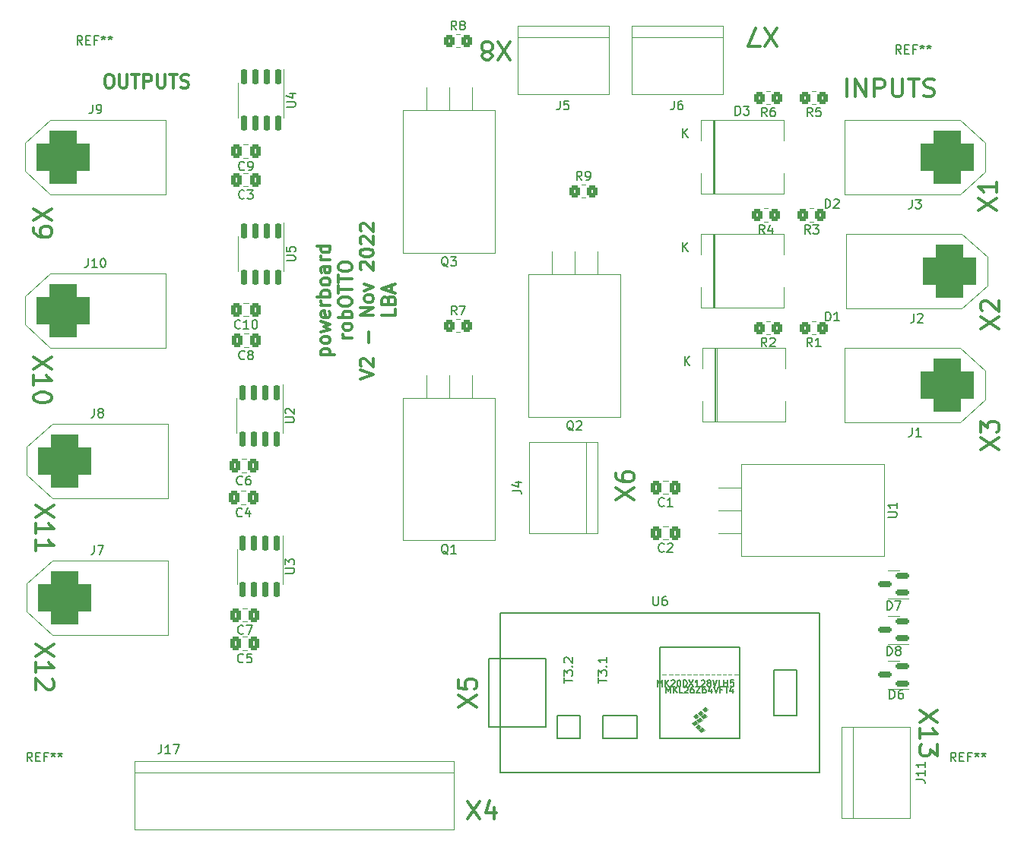
<source format=gto>
G04 #@! TF.GenerationSoftware,KiCad,Pcbnew,6.0.9-8da3e8f707~116~ubuntu22.04.1*
G04 #@! TF.CreationDate,2022-12-04T14:53:19+01:00*
G04 #@! TF.ProjectId,robot_power,726f626f-745f-4706-9f77-65722e6b6963,rev?*
G04 #@! TF.SameCoordinates,Original*
G04 #@! TF.FileFunction,Legend,Top*
G04 #@! TF.FilePolarity,Positive*
%FSLAX46Y46*%
G04 Gerber Fmt 4.6, Leading zero omitted, Abs format (unit mm)*
G04 Created by KiCad (PCBNEW 6.0.9-8da3e8f707~116~ubuntu22.04.1) date 2022-12-04 14:53:19*
%MOMM*%
%LPD*%
G01*
G04 APERTURE LIST*
G04 Aperture macros list*
%AMRoundRect*
0 Rectangle with rounded corners*
0 $1 Rounding radius*
0 $2 $3 $4 $5 $6 $7 $8 $9 X,Y pos of 4 corners*
0 Add a 4 corners polygon primitive as box body*
4,1,4,$2,$3,$4,$5,$6,$7,$8,$9,$2,$3,0*
0 Add four circle primitives for the rounded corners*
1,1,$1+$1,$2,$3*
1,1,$1+$1,$4,$5*
1,1,$1+$1,$6,$7*
1,1,$1+$1,$8,$9*
0 Add four rect primitives between the rounded corners*
20,1,$1+$1,$2,$3,$4,$5,0*
20,1,$1+$1,$4,$5,$6,$7,0*
20,1,$1+$1,$6,$7,$8,$9,0*
20,1,$1+$1,$8,$9,$2,$3,0*%
G04 Aperture macros list end*
%ADD10C,0.300000*%
%ADD11C,0.150000*%
%ADD12C,0.000000*%
%ADD13C,0.120000*%
%ADD14C,0.100000*%
%ADD15R,3.000000X3.000000*%
%ADD16C,3.000000*%
%ADD17RoundRect,0.150000X-0.150000X0.725000X-0.150000X-0.725000X0.150000X-0.725000X0.150000X0.725000X0*%
%ADD18RoundRect,0.250000X-0.350000X-0.450000X0.350000X-0.450000X0.350000X0.450000X-0.350000X0.450000X0*%
%ADD19RoundRect,0.150000X0.587500X0.150000X-0.587500X0.150000X-0.587500X-0.150000X0.587500X-0.150000X0*%
%ADD20C,3.200000*%
%ADD21RoundRect,0.250000X0.337500X0.475000X-0.337500X0.475000X-0.337500X-0.475000X0.337500X-0.475000X0*%
%ADD22O,3.500000X3.500000*%
%ADD23R,1.905000X2.000000*%
%ADD24O,1.905000X2.000000*%
%ADD25RoundRect,1.500000X-1.500000X-1.500000X1.500000X-1.500000X1.500000X1.500000X-1.500000X1.500000X0*%
%ADD26C,6.000000*%
%ADD27RoundRect,0.250000X0.350000X0.450000X-0.350000X0.450000X-0.350000X-0.450000X0.350000X-0.450000X0*%
%ADD28RoundRect,1.500000X1.500000X1.500000X-1.500000X1.500000X-1.500000X-1.500000X1.500000X-1.500000X0*%
%ADD29R,3.500000X3.500000*%
%ADD30R,2.000000X1.905000*%
%ADD31O,2.000000X1.905000*%
%ADD32R,1.600000X1.600000*%
%ADD33C,1.600000*%
%ADD34C,1.900000*%
G04 APERTURE END LIST*
D10*
X264620238Y-129000571D02*
X262620238Y-130333904D01*
X264620238Y-130333904D02*
X262620238Y-129000571D01*
X262620238Y-132143428D02*
X262620238Y-131000571D01*
X262620238Y-131572000D02*
X264620238Y-131572000D01*
X264334523Y-131381523D01*
X264144047Y-131191047D01*
X264048809Y-131000571D01*
X264620238Y-132810095D02*
X264620238Y-134048190D01*
X263858333Y-133381523D01*
X263858333Y-133667238D01*
X263763095Y-133857714D01*
X263667857Y-133952952D01*
X263477380Y-134048190D01*
X263001190Y-134048190D01*
X262810714Y-133952952D01*
X262715476Y-133857714D01*
X262620238Y-133667238D01*
X262620238Y-133095809D01*
X262715476Y-132905333D01*
X262810714Y-132810095D01*
X228774761Y-105505047D02*
X230774761Y-104171714D01*
X228774761Y-104171714D02*
X230774761Y-105505047D01*
X228774761Y-102552666D02*
X228774761Y-102933619D01*
X228870000Y-103124095D01*
X228965238Y-103219333D01*
X229250952Y-103409809D01*
X229631904Y-103505047D01*
X230393809Y-103505047D01*
X230584285Y-103409809D01*
X230679523Y-103314571D01*
X230774761Y-103124095D01*
X230774761Y-102743142D01*
X230679523Y-102552666D01*
X230584285Y-102457428D01*
X230393809Y-102362190D01*
X229917619Y-102362190D01*
X229727142Y-102457428D01*
X229631904Y-102552666D01*
X229536666Y-102743142D01*
X229536666Y-103124095D01*
X229631904Y-103314571D01*
X229727142Y-103409809D01*
X229917619Y-103505047D01*
X246729047Y-54943238D02*
X245395714Y-52943238D01*
X245395714Y-54943238D02*
X246729047Y-52943238D01*
X244824285Y-54943238D02*
X243490952Y-54943238D01*
X244348095Y-52943238D01*
X254524476Y-60594761D02*
X254524476Y-58594761D01*
X255476857Y-60594761D02*
X255476857Y-58594761D01*
X256619714Y-60594761D01*
X256619714Y-58594761D01*
X257572095Y-60594761D02*
X257572095Y-58594761D01*
X258334000Y-58594761D01*
X258524476Y-58690000D01*
X258619714Y-58785238D01*
X258714952Y-58975714D01*
X258714952Y-59261428D01*
X258619714Y-59451904D01*
X258524476Y-59547142D01*
X258334000Y-59642380D01*
X257572095Y-59642380D01*
X259572095Y-58594761D02*
X259572095Y-60213809D01*
X259667333Y-60404285D01*
X259762571Y-60499523D01*
X259953047Y-60594761D01*
X260334000Y-60594761D01*
X260524476Y-60499523D01*
X260619714Y-60404285D01*
X260714952Y-60213809D01*
X260714952Y-58594761D01*
X261381619Y-58594761D02*
X262524476Y-58594761D01*
X261953047Y-60594761D02*
X261953047Y-58594761D01*
X263095904Y-60499523D02*
X263381619Y-60594761D01*
X263857809Y-60594761D01*
X264048285Y-60499523D01*
X264143523Y-60404285D01*
X264238761Y-60213809D01*
X264238761Y-60023333D01*
X264143523Y-59832857D01*
X264048285Y-59737619D01*
X263857809Y-59642380D01*
X263476857Y-59547142D01*
X263286380Y-59451904D01*
X263191142Y-59356666D01*
X263095904Y-59166190D01*
X263095904Y-58975714D01*
X263191142Y-58785238D01*
X263286380Y-58690000D01*
X263476857Y-58594761D01*
X263953047Y-58594761D01*
X264238761Y-58690000D01*
X165941238Y-73056952D02*
X163941238Y-74390285D01*
X165941238Y-74390285D02*
X163941238Y-73056952D01*
X163941238Y-75247428D02*
X163941238Y-75628380D01*
X164036476Y-75818857D01*
X164131714Y-75914095D01*
X164417428Y-76104571D01*
X164798380Y-76199809D01*
X165560285Y-76199809D01*
X165750761Y-76104571D01*
X165846000Y-76009333D01*
X165941238Y-75818857D01*
X165941238Y-75437904D01*
X165846000Y-75247428D01*
X165750761Y-75152190D01*
X165560285Y-75056952D01*
X165084095Y-75056952D01*
X164893619Y-75152190D01*
X164798380Y-75247428D01*
X164703142Y-75437904D01*
X164703142Y-75818857D01*
X164798380Y-76009333D01*
X164893619Y-76104571D01*
X165084095Y-76199809D01*
X217011047Y-56467238D02*
X215677714Y-54467238D01*
X215677714Y-56467238D02*
X217011047Y-54467238D01*
X214630095Y-55610095D02*
X214820571Y-55705333D01*
X214915809Y-55800571D01*
X215011047Y-55991047D01*
X215011047Y-56086285D01*
X214915809Y-56276761D01*
X214820571Y-56372000D01*
X214630095Y-56467238D01*
X214249142Y-56467238D01*
X214058666Y-56372000D01*
X213963428Y-56276761D01*
X213868190Y-56086285D01*
X213868190Y-55991047D01*
X213963428Y-55800571D01*
X214058666Y-55705333D01*
X214249142Y-55610095D01*
X214630095Y-55610095D01*
X214820571Y-55514857D01*
X214915809Y-55419619D01*
X215011047Y-55229142D01*
X215011047Y-54848190D01*
X214915809Y-54657714D01*
X214820571Y-54562476D01*
X214630095Y-54467238D01*
X214249142Y-54467238D01*
X214058666Y-54562476D01*
X213963428Y-54657714D01*
X213868190Y-54848190D01*
X213868190Y-55229142D01*
X213963428Y-55419619D01*
X214058666Y-55514857D01*
X214249142Y-55610095D01*
X269414761Y-86455047D02*
X271414761Y-85121714D01*
X269414761Y-85121714D02*
X271414761Y-86455047D01*
X269605238Y-84455047D02*
X269510000Y-84359809D01*
X269414761Y-84169333D01*
X269414761Y-83693142D01*
X269510000Y-83502666D01*
X269605238Y-83407428D01*
X269795714Y-83312190D01*
X269986190Y-83312190D01*
X270271904Y-83407428D01*
X271414761Y-84550285D01*
X271414761Y-83312190D01*
X212248952Y-139112761D02*
X213582285Y-141112761D01*
X213582285Y-139112761D02*
X212248952Y-141112761D01*
X215201333Y-139779428D02*
X215201333Y-141112761D01*
X214725142Y-139017523D02*
X214248952Y-140446095D01*
X215487047Y-140446095D01*
X165941238Y-89630571D02*
X163941238Y-90963904D01*
X165941238Y-90963904D02*
X163941238Y-89630571D01*
X163941238Y-92773428D02*
X163941238Y-91630571D01*
X163941238Y-92202000D02*
X165941238Y-92202000D01*
X165655523Y-92011523D01*
X165465047Y-91821047D01*
X165369809Y-91630571D01*
X165941238Y-94011523D02*
X165941238Y-94202000D01*
X165846000Y-94392476D01*
X165750761Y-94487714D01*
X165560285Y-94582952D01*
X165179333Y-94678190D01*
X164703142Y-94678190D01*
X164322190Y-94582952D01*
X164131714Y-94487714D01*
X164036476Y-94392476D01*
X163941238Y-94202000D01*
X163941238Y-94011523D01*
X164036476Y-93821047D01*
X164131714Y-93725809D01*
X164322190Y-93630571D01*
X164703142Y-93535333D01*
X165179333Y-93535333D01*
X165560285Y-93630571D01*
X165750761Y-93725809D01*
X165846000Y-93821047D01*
X165941238Y-94011523D01*
X195954071Y-89383428D02*
X197454071Y-89383428D01*
X196025500Y-89383428D02*
X195954071Y-89240571D01*
X195954071Y-88954857D01*
X196025500Y-88812000D01*
X196096928Y-88740571D01*
X196239785Y-88669142D01*
X196668357Y-88669142D01*
X196811214Y-88740571D01*
X196882642Y-88812000D01*
X196954071Y-88954857D01*
X196954071Y-89240571D01*
X196882642Y-89383428D01*
X196954071Y-87812000D02*
X196882642Y-87954857D01*
X196811214Y-88026285D01*
X196668357Y-88097714D01*
X196239785Y-88097714D01*
X196096928Y-88026285D01*
X196025500Y-87954857D01*
X195954071Y-87812000D01*
X195954071Y-87597714D01*
X196025500Y-87454857D01*
X196096928Y-87383428D01*
X196239785Y-87312000D01*
X196668357Y-87312000D01*
X196811214Y-87383428D01*
X196882642Y-87454857D01*
X196954071Y-87597714D01*
X196954071Y-87812000D01*
X195954071Y-86812000D02*
X196954071Y-86526285D01*
X196239785Y-86240571D01*
X196954071Y-85954857D01*
X195954071Y-85669142D01*
X196882642Y-84526285D02*
X196954071Y-84669142D01*
X196954071Y-84954857D01*
X196882642Y-85097714D01*
X196739785Y-85169142D01*
X196168357Y-85169142D01*
X196025500Y-85097714D01*
X195954071Y-84954857D01*
X195954071Y-84669142D01*
X196025500Y-84526285D01*
X196168357Y-84454857D01*
X196311214Y-84454857D01*
X196454071Y-85169142D01*
X196954071Y-83812000D02*
X195954071Y-83812000D01*
X196239785Y-83812000D02*
X196096928Y-83740571D01*
X196025500Y-83669142D01*
X195954071Y-83526285D01*
X195954071Y-83383428D01*
X196954071Y-82883428D02*
X195454071Y-82883428D01*
X196025500Y-82883428D02*
X195954071Y-82740571D01*
X195954071Y-82454857D01*
X196025500Y-82312000D01*
X196096928Y-82240571D01*
X196239785Y-82169142D01*
X196668357Y-82169142D01*
X196811214Y-82240571D01*
X196882642Y-82312000D01*
X196954071Y-82454857D01*
X196954071Y-82740571D01*
X196882642Y-82883428D01*
X196954071Y-81312000D02*
X196882642Y-81454857D01*
X196811214Y-81526285D01*
X196668357Y-81597714D01*
X196239785Y-81597714D01*
X196096928Y-81526285D01*
X196025500Y-81454857D01*
X195954071Y-81312000D01*
X195954071Y-81097714D01*
X196025500Y-80954857D01*
X196096928Y-80883428D01*
X196239785Y-80812000D01*
X196668357Y-80812000D01*
X196811214Y-80883428D01*
X196882642Y-80954857D01*
X196954071Y-81097714D01*
X196954071Y-81312000D01*
X196954071Y-79526285D02*
X196168357Y-79526285D01*
X196025500Y-79597714D01*
X195954071Y-79740571D01*
X195954071Y-80026285D01*
X196025500Y-80169142D01*
X196882642Y-79526285D02*
X196954071Y-79669142D01*
X196954071Y-80026285D01*
X196882642Y-80169142D01*
X196739785Y-80240571D01*
X196596928Y-80240571D01*
X196454071Y-80169142D01*
X196382642Y-80026285D01*
X196382642Y-79669142D01*
X196311214Y-79526285D01*
X196954071Y-78812000D02*
X195954071Y-78812000D01*
X196239785Y-78812000D02*
X196096928Y-78740571D01*
X196025500Y-78669142D01*
X195954071Y-78526285D01*
X195954071Y-78383428D01*
X196954071Y-77240571D02*
X195454071Y-77240571D01*
X196882642Y-77240571D02*
X196954071Y-77383428D01*
X196954071Y-77669142D01*
X196882642Y-77812000D01*
X196811214Y-77883428D01*
X196668357Y-77954857D01*
X196239785Y-77954857D01*
X196096928Y-77883428D01*
X196025500Y-77812000D01*
X195954071Y-77669142D01*
X195954071Y-77383428D01*
X196025500Y-77240571D01*
X199369071Y-87490571D02*
X198369071Y-87490571D01*
X198654785Y-87490571D02*
X198511928Y-87419142D01*
X198440500Y-87347714D01*
X198369071Y-87204857D01*
X198369071Y-87062000D01*
X199369071Y-86347714D02*
X199297642Y-86490571D01*
X199226214Y-86562000D01*
X199083357Y-86633428D01*
X198654785Y-86633428D01*
X198511928Y-86562000D01*
X198440500Y-86490571D01*
X198369071Y-86347714D01*
X198369071Y-86133428D01*
X198440500Y-85990571D01*
X198511928Y-85919142D01*
X198654785Y-85847714D01*
X199083357Y-85847714D01*
X199226214Y-85919142D01*
X199297642Y-85990571D01*
X199369071Y-86133428D01*
X199369071Y-86347714D01*
X199369071Y-85204857D02*
X197869071Y-85204857D01*
X198440500Y-85204857D02*
X198369071Y-85062000D01*
X198369071Y-84776285D01*
X198440500Y-84633428D01*
X198511928Y-84562000D01*
X198654785Y-84490571D01*
X199083357Y-84490571D01*
X199226214Y-84562000D01*
X199297642Y-84633428D01*
X199369071Y-84776285D01*
X199369071Y-85062000D01*
X199297642Y-85204857D01*
X197869071Y-83562000D02*
X197869071Y-83276285D01*
X197940500Y-83133428D01*
X198083357Y-82990571D01*
X198369071Y-82919142D01*
X198869071Y-82919142D01*
X199154785Y-82990571D01*
X199297642Y-83133428D01*
X199369071Y-83276285D01*
X199369071Y-83562000D01*
X199297642Y-83704857D01*
X199154785Y-83847714D01*
X198869071Y-83919142D01*
X198369071Y-83919142D01*
X198083357Y-83847714D01*
X197940500Y-83704857D01*
X197869071Y-83562000D01*
X197869071Y-82490571D02*
X197869071Y-81633428D01*
X199369071Y-82062000D02*
X197869071Y-82062000D01*
X197869071Y-81347714D02*
X197869071Y-80490571D01*
X199369071Y-80919142D02*
X197869071Y-80919142D01*
X197869071Y-79704857D02*
X197869071Y-79419142D01*
X197940500Y-79276285D01*
X198083357Y-79133428D01*
X198369071Y-79062000D01*
X198869071Y-79062000D01*
X199154785Y-79133428D01*
X199297642Y-79276285D01*
X199369071Y-79419142D01*
X199369071Y-79704857D01*
X199297642Y-79847714D01*
X199154785Y-79990571D01*
X198869071Y-80062000D01*
X198369071Y-80062000D01*
X198083357Y-79990571D01*
X197940500Y-79847714D01*
X197869071Y-79704857D01*
X200284071Y-92062000D02*
X201784071Y-91562000D01*
X200284071Y-91062000D01*
X200426928Y-90633428D02*
X200355500Y-90562000D01*
X200284071Y-90419142D01*
X200284071Y-90062000D01*
X200355500Y-89919142D01*
X200426928Y-89847714D01*
X200569785Y-89776285D01*
X200712642Y-89776285D01*
X200926928Y-89847714D01*
X201784071Y-90704857D01*
X201784071Y-89776285D01*
X201212642Y-87990571D02*
X201212642Y-86847714D01*
X201784071Y-84990571D02*
X200284071Y-84990571D01*
X201784071Y-84133428D01*
X200284071Y-84133428D01*
X201784071Y-83204857D02*
X201712642Y-83347714D01*
X201641214Y-83419142D01*
X201498357Y-83490571D01*
X201069785Y-83490571D01*
X200926928Y-83419142D01*
X200855500Y-83347714D01*
X200784071Y-83204857D01*
X200784071Y-82990571D01*
X200855500Y-82847714D01*
X200926928Y-82776285D01*
X201069785Y-82704857D01*
X201498357Y-82704857D01*
X201641214Y-82776285D01*
X201712642Y-82847714D01*
X201784071Y-82990571D01*
X201784071Y-83204857D01*
X200784071Y-82204857D02*
X201784071Y-81847714D01*
X200784071Y-81490571D01*
X200426928Y-79847714D02*
X200355500Y-79776285D01*
X200284071Y-79633428D01*
X200284071Y-79276285D01*
X200355500Y-79133428D01*
X200426928Y-79062000D01*
X200569785Y-78990571D01*
X200712642Y-78990571D01*
X200926928Y-79062000D01*
X201784071Y-79919142D01*
X201784071Y-78990571D01*
X200284071Y-78062000D02*
X200284071Y-77919142D01*
X200355500Y-77776285D01*
X200426928Y-77704857D01*
X200569785Y-77633428D01*
X200855500Y-77562000D01*
X201212642Y-77562000D01*
X201498357Y-77633428D01*
X201641214Y-77704857D01*
X201712642Y-77776285D01*
X201784071Y-77919142D01*
X201784071Y-78062000D01*
X201712642Y-78204857D01*
X201641214Y-78276285D01*
X201498357Y-78347714D01*
X201212642Y-78419142D01*
X200855500Y-78419142D01*
X200569785Y-78347714D01*
X200426928Y-78276285D01*
X200355500Y-78204857D01*
X200284071Y-78062000D01*
X200426928Y-76990571D02*
X200355500Y-76919142D01*
X200284071Y-76776285D01*
X200284071Y-76419142D01*
X200355500Y-76276285D01*
X200426928Y-76204857D01*
X200569785Y-76133428D01*
X200712642Y-76133428D01*
X200926928Y-76204857D01*
X201784071Y-77062000D01*
X201784071Y-76133428D01*
X200426928Y-75562000D02*
X200355500Y-75490571D01*
X200284071Y-75347714D01*
X200284071Y-74990571D01*
X200355500Y-74847714D01*
X200426928Y-74776285D01*
X200569785Y-74704857D01*
X200712642Y-74704857D01*
X200926928Y-74776285D01*
X201784071Y-75633428D01*
X201784071Y-74704857D01*
X204199071Y-84240571D02*
X204199071Y-84954857D01*
X202699071Y-84954857D01*
X203413357Y-83240571D02*
X203484785Y-83026285D01*
X203556214Y-82954857D01*
X203699071Y-82883428D01*
X203913357Y-82883428D01*
X204056214Y-82954857D01*
X204127642Y-83026285D01*
X204199071Y-83169142D01*
X204199071Y-83740571D01*
X202699071Y-83740571D01*
X202699071Y-83240571D01*
X202770500Y-83097714D01*
X202841928Y-83026285D01*
X202984785Y-82954857D01*
X203127642Y-82954857D01*
X203270500Y-83026285D01*
X203341928Y-83097714D01*
X203413357Y-83240571D01*
X203413357Y-83740571D01*
X203770500Y-82312000D02*
X203770500Y-81597714D01*
X204199071Y-82454857D02*
X202699071Y-81954857D01*
X204199071Y-81454857D01*
X166195238Y-106140571D02*
X164195238Y-107473904D01*
X166195238Y-107473904D02*
X164195238Y-106140571D01*
X164195238Y-109283428D02*
X164195238Y-108140571D01*
X164195238Y-108712000D02*
X166195238Y-108712000D01*
X165909523Y-108521523D01*
X165719047Y-108331047D01*
X165623809Y-108140571D01*
X164195238Y-111188190D02*
X164195238Y-110045333D01*
X164195238Y-110616761D02*
X166195238Y-110616761D01*
X165909523Y-110426285D01*
X165719047Y-110235809D01*
X165623809Y-110045333D01*
X166195238Y-121634571D02*
X164195238Y-122967904D01*
X166195238Y-122967904D02*
X164195238Y-121634571D01*
X164195238Y-124777428D02*
X164195238Y-123634571D01*
X164195238Y-124206000D02*
X166195238Y-124206000D01*
X165909523Y-124015523D01*
X165719047Y-123825047D01*
X165623809Y-123634571D01*
X166004761Y-125539333D02*
X166100000Y-125634571D01*
X166195238Y-125825047D01*
X166195238Y-126301238D01*
X166100000Y-126491714D01*
X166004761Y-126586952D01*
X165814285Y-126682190D01*
X165623809Y-126682190D01*
X165338095Y-126586952D01*
X164195238Y-125444095D01*
X164195238Y-126682190D01*
X269414761Y-99917047D02*
X271414761Y-98583714D01*
X269414761Y-98583714D02*
X271414761Y-99917047D01*
X269414761Y-98012285D02*
X269414761Y-96774190D01*
X270176666Y-97440857D01*
X270176666Y-97155142D01*
X270271904Y-96964666D01*
X270367142Y-96869428D01*
X270557619Y-96774190D01*
X271033809Y-96774190D01*
X271224285Y-96869428D01*
X271319523Y-96964666D01*
X271414761Y-97155142D01*
X271414761Y-97726571D01*
X271319523Y-97917047D01*
X271224285Y-98012285D01*
X211248761Y-128619047D02*
X213248761Y-127285714D01*
X211248761Y-127285714D02*
X213248761Y-128619047D01*
X211248761Y-125571428D02*
X211248761Y-126523809D01*
X212201142Y-126619047D01*
X212105904Y-126523809D01*
X212010666Y-126333333D01*
X212010666Y-125857142D01*
X212105904Y-125666666D01*
X212201142Y-125571428D01*
X212391619Y-125476190D01*
X212867809Y-125476190D01*
X213058285Y-125571428D01*
X213153523Y-125666666D01*
X213248761Y-125857142D01*
X213248761Y-126333333D01*
X213153523Y-126523809D01*
X213058285Y-126619047D01*
X172208571Y-58106571D02*
X172494285Y-58106571D01*
X172637142Y-58178000D01*
X172780000Y-58320857D01*
X172851428Y-58606571D01*
X172851428Y-59106571D01*
X172780000Y-59392285D01*
X172637142Y-59535142D01*
X172494285Y-59606571D01*
X172208571Y-59606571D01*
X172065714Y-59535142D01*
X171922857Y-59392285D01*
X171851428Y-59106571D01*
X171851428Y-58606571D01*
X171922857Y-58320857D01*
X172065714Y-58178000D01*
X172208571Y-58106571D01*
X173494285Y-58106571D02*
X173494285Y-59320857D01*
X173565714Y-59463714D01*
X173637142Y-59535142D01*
X173780000Y-59606571D01*
X174065714Y-59606571D01*
X174208571Y-59535142D01*
X174280000Y-59463714D01*
X174351428Y-59320857D01*
X174351428Y-58106571D01*
X174851428Y-58106571D02*
X175708571Y-58106571D01*
X175280000Y-59606571D02*
X175280000Y-58106571D01*
X176208571Y-59606571D02*
X176208571Y-58106571D01*
X176780000Y-58106571D01*
X176922857Y-58178000D01*
X176994285Y-58249428D01*
X177065714Y-58392285D01*
X177065714Y-58606571D01*
X176994285Y-58749428D01*
X176922857Y-58820857D01*
X176780000Y-58892285D01*
X176208571Y-58892285D01*
X177708571Y-58106571D02*
X177708571Y-59320857D01*
X177780000Y-59463714D01*
X177851428Y-59535142D01*
X177994285Y-59606571D01*
X178280000Y-59606571D01*
X178422857Y-59535142D01*
X178494285Y-59463714D01*
X178565714Y-59320857D01*
X178565714Y-58106571D01*
X179065714Y-58106571D02*
X179922857Y-58106571D01*
X179494285Y-59606571D02*
X179494285Y-58106571D01*
X180351428Y-59535142D02*
X180565714Y-59606571D01*
X180922857Y-59606571D01*
X181065714Y-59535142D01*
X181137142Y-59463714D01*
X181208571Y-59320857D01*
X181208571Y-59178000D01*
X181137142Y-59035142D01*
X181065714Y-58963714D01*
X180922857Y-58892285D01*
X180637142Y-58820857D01*
X180494285Y-58749428D01*
X180422857Y-58678000D01*
X180351428Y-58535142D01*
X180351428Y-58392285D01*
X180422857Y-58249428D01*
X180494285Y-58178000D01*
X180637142Y-58106571D01*
X180994285Y-58106571D01*
X181208571Y-58178000D01*
X269160761Y-73247047D02*
X271160761Y-71913714D01*
X269160761Y-71913714D02*
X271160761Y-73247047D01*
X271160761Y-70104190D02*
X271160761Y-71247047D01*
X271160761Y-70675619D02*
X269160761Y-70675619D01*
X269446476Y-70866095D01*
X269636952Y-71056571D01*
X269732190Y-71247047D01*
D11*
X262215380Y-136699523D02*
X262929666Y-136699523D01*
X263072523Y-136747142D01*
X263167761Y-136842380D01*
X263215380Y-136985238D01*
X263215380Y-137080476D01*
X263215380Y-135699523D02*
X263215380Y-136270952D01*
X263215380Y-135985238D02*
X262215380Y-135985238D01*
X262358238Y-136080476D01*
X262453476Y-136175714D01*
X262501095Y-136270952D01*
X263215380Y-134747142D02*
X263215380Y-135318571D01*
X263215380Y-135032857D02*
X262215380Y-135032857D01*
X262358238Y-135128095D01*
X262453476Y-135223333D01*
X262501095Y-135318571D01*
X192082380Y-78866904D02*
X192891904Y-78866904D01*
X192987142Y-78819285D01*
X193034761Y-78771666D01*
X193082380Y-78676428D01*
X193082380Y-78485952D01*
X193034761Y-78390714D01*
X192987142Y-78343095D01*
X192891904Y-78295476D01*
X192082380Y-78295476D01*
X192082380Y-77343095D02*
X192082380Y-77819285D01*
X192558571Y-77866904D01*
X192510952Y-77819285D01*
X192463333Y-77724047D01*
X192463333Y-77485952D01*
X192510952Y-77390714D01*
X192558571Y-77343095D01*
X192653809Y-77295476D01*
X192891904Y-77295476D01*
X192987142Y-77343095D01*
X193034761Y-77390714D01*
X193082380Y-77485952D01*
X193082380Y-77724047D01*
X193034761Y-77819285D01*
X192987142Y-77866904D01*
X211018333Y-53158380D02*
X210685000Y-52682190D01*
X210446904Y-53158380D02*
X210446904Y-52158380D01*
X210827857Y-52158380D01*
X210923095Y-52206000D01*
X210970714Y-52253619D01*
X211018333Y-52348857D01*
X211018333Y-52491714D01*
X210970714Y-52586952D01*
X210923095Y-52634571D01*
X210827857Y-52682190D01*
X210446904Y-52682190D01*
X211589761Y-52586952D02*
X211494523Y-52539333D01*
X211446904Y-52491714D01*
X211399285Y-52396476D01*
X211399285Y-52348857D01*
X211446904Y-52253619D01*
X211494523Y-52206000D01*
X211589761Y-52158380D01*
X211780238Y-52158380D01*
X211875476Y-52206000D01*
X211923095Y-52253619D01*
X211970714Y-52348857D01*
X211970714Y-52396476D01*
X211923095Y-52491714D01*
X211875476Y-52539333D01*
X211780238Y-52586952D01*
X211589761Y-52586952D01*
X211494523Y-52634571D01*
X211446904Y-52682190D01*
X211399285Y-52777428D01*
X211399285Y-52967904D01*
X211446904Y-53063142D01*
X211494523Y-53110761D01*
X211589761Y-53158380D01*
X211780238Y-53158380D01*
X211875476Y-53110761D01*
X211923095Y-53063142D01*
X211970714Y-52967904D01*
X211970714Y-52777428D01*
X211923095Y-52682190D01*
X211875476Y-52634571D01*
X211780238Y-52586952D01*
X258976904Y-122867380D02*
X258976904Y-121867380D01*
X259215000Y-121867380D01*
X259357857Y-121915000D01*
X259453095Y-122010238D01*
X259500714Y-122105476D01*
X259548333Y-122295952D01*
X259548333Y-122438809D01*
X259500714Y-122629285D01*
X259453095Y-122724523D01*
X259357857Y-122819761D01*
X259215000Y-122867380D01*
X258976904Y-122867380D01*
X260119761Y-122295952D02*
X260024523Y-122248333D01*
X259976904Y-122200714D01*
X259929285Y-122105476D01*
X259929285Y-122057857D01*
X259976904Y-121962619D01*
X260024523Y-121915000D01*
X260119761Y-121867380D01*
X260310238Y-121867380D01*
X260405476Y-121915000D01*
X260453095Y-121962619D01*
X260500714Y-122057857D01*
X260500714Y-122105476D01*
X260453095Y-122200714D01*
X260405476Y-122248333D01*
X260310238Y-122295952D01*
X260119761Y-122295952D01*
X260024523Y-122343571D01*
X259976904Y-122391190D01*
X259929285Y-122486428D01*
X259929285Y-122676904D01*
X259976904Y-122772142D01*
X260024523Y-122819761D01*
X260119761Y-122867380D01*
X260310238Y-122867380D01*
X260405476Y-122819761D01*
X260453095Y-122772142D01*
X260500714Y-122676904D01*
X260500714Y-122486428D01*
X260453095Y-122391190D01*
X260405476Y-122343571D01*
X260310238Y-122295952D01*
X163766666Y-134682380D02*
X163433333Y-134206190D01*
X163195238Y-134682380D02*
X163195238Y-133682380D01*
X163576190Y-133682380D01*
X163671428Y-133730000D01*
X163719047Y-133777619D01*
X163766666Y-133872857D01*
X163766666Y-134015714D01*
X163719047Y-134110952D01*
X163671428Y-134158571D01*
X163576190Y-134206190D01*
X163195238Y-134206190D01*
X164195238Y-134158571D02*
X164528571Y-134158571D01*
X164671428Y-134682380D02*
X164195238Y-134682380D01*
X164195238Y-133682380D01*
X164671428Y-133682380D01*
X165433333Y-134158571D02*
X165100000Y-134158571D01*
X165100000Y-134682380D02*
X165100000Y-133682380D01*
X165576190Y-133682380D01*
X166100000Y-133682380D02*
X166100000Y-133920476D01*
X165861904Y-133825238D02*
X166100000Y-133920476D01*
X166338095Y-133825238D01*
X165957142Y-134110952D02*
X166100000Y-133920476D01*
X166242857Y-134110952D01*
X166861904Y-133682380D02*
X166861904Y-133920476D01*
X166623809Y-133825238D02*
X166861904Y-133920476D01*
X167100000Y-133825238D01*
X166719047Y-134110952D02*
X166861904Y-133920476D01*
X167004761Y-134110952D01*
X187136833Y-107320142D02*
X187089214Y-107367761D01*
X186946357Y-107415380D01*
X186851119Y-107415380D01*
X186708261Y-107367761D01*
X186613023Y-107272523D01*
X186565404Y-107177285D01*
X186517785Y-106986809D01*
X186517785Y-106843952D01*
X186565404Y-106653476D01*
X186613023Y-106558238D01*
X186708261Y-106463000D01*
X186851119Y-106415380D01*
X186946357Y-106415380D01*
X187089214Y-106463000D01*
X187136833Y-106510619D01*
X187993976Y-106748714D02*
X187993976Y-107415380D01*
X187755880Y-106367761D02*
X187517785Y-107082047D01*
X188136833Y-107082047D01*
X224988333Y-69922380D02*
X224655000Y-69446190D01*
X224416904Y-69922380D02*
X224416904Y-68922380D01*
X224797857Y-68922380D01*
X224893095Y-68970000D01*
X224940714Y-69017619D01*
X224988333Y-69112857D01*
X224988333Y-69255714D01*
X224940714Y-69350952D01*
X224893095Y-69398571D01*
X224797857Y-69446190D01*
X224416904Y-69446190D01*
X225464523Y-69922380D02*
X225655000Y-69922380D01*
X225750238Y-69874761D01*
X225797857Y-69827142D01*
X225893095Y-69684285D01*
X225940714Y-69493809D01*
X225940714Y-69112857D01*
X225893095Y-69017619D01*
X225845476Y-68970000D01*
X225750238Y-68922380D01*
X225559761Y-68922380D01*
X225464523Y-68970000D01*
X225416904Y-69017619D01*
X225369285Y-69112857D01*
X225369285Y-69350952D01*
X225416904Y-69446190D01*
X225464523Y-69493809D01*
X225559761Y-69541428D01*
X225750238Y-69541428D01*
X225845476Y-69493809D01*
X225893095Y-69446190D01*
X225940714Y-69350952D01*
X210089761Y-111592619D02*
X209994523Y-111545000D01*
X209899285Y-111449761D01*
X209756428Y-111306904D01*
X209661190Y-111259285D01*
X209565952Y-111259285D01*
X209613571Y-111497380D02*
X209518333Y-111449761D01*
X209423095Y-111354523D01*
X209375476Y-111164047D01*
X209375476Y-110830714D01*
X209423095Y-110640238D01*
X209518333Y-110545000D01*
X209613571Y-110497380D01*
X209804047Y-110497380D01*
X209899285Y-110545000D01*
X209994523Y-110640238D01*
X210042142Y-110830714D01*
X210042142Y-111164047D01*
X209994523Y-111354523D01*
X209899285Y-111449761D01*
X209804047Y-111497380D01*
X209613571Y-111497380D01*
X210994523Y-111497380D02*
X210423095Y-111497380D01*
X210708809Y-111497380D02*
X210708809Y-110497380D01*
X210613571Y-110640238D01*
X210518333Y-110735476D01*
X210423095Y-110783095D01*
X170005476Y-78607380D02*
X170005476Y-79321666D01*
X169957857Y-79464523D01*
X169862619Y-79559761D01*
X169719761Y-79607380D01*
X169624523Y-79607380D01*
X171005476Y-79607380D02*
X170434047Y-79607380D01*
X170719761Y-79607380D02*
X170719761Y-78607380D01*
X170624523Y-78750238D01*
X170529285Y-78845476D01*
X170434047Y-78893095D01*
X171624523Y-78607380D02*
X171719761Y-78607380D01*
X171815000Y-78655000D01*
X171862619Y-78702619D01*
X171910238Y-78797857D01*
X171957857Y-78988333D01*
X171957857Y-79226428D01*
X171910238Y-79416904D01*
X171862619Y-79512142D01*
X171815000Y-79559761D01*
X171719761Y-79607380D01*
X171624523Y-79607380D01*
X171529285Y-79559761D01*
X171481666Y-79512142D01*
X171434047Y-79416904D01*
X171386428Y-79226428D01*
X171386428Y-78988333D01*
X171434047Y-78797857D01*
X171481666Y-78702619D01*
X171529285Y-78655000D01*
X171624523Y-78607380D01*
X250642333Y-88462380D02*
X250309000Y-87986190D01*
X250070904Y-88462380D02*
X250070904Y-87462380D01*
X250451857Y-87462380D01*
X250547095Y-87510000D01*
X250594714Y-87557619D01*
X250642333Y-87652857D01*
X250642333Y-87795714D01*
X250594714Y-87890952D01*
X250547095Y-87938571D01*
X250451857Y-87986190D01*
X250070904Y-87986190D01*
X251594714Y-88462380D02*
X251023285Y-88462380D01*
X251309000Y-88462380D02*
X251309000Y-87462380D01*
X251213761Y-87605238D01*
X251118523Y-87700476D01*
X251023285Y-87748095D01*
X261766666Y-97462380D02*
X261766666Y-98176666D01*
X261719047Y-98319523D01*
X261623809Y-98414761D01*
X261480952Y-98462380D01*
X261385714Y-98462380D01*
X262766666Y-98462380D02*
X262195238Y-98462380D01*
X262480952Y-98462380D02*
X262480952Y-97462380D01*
X262385714Y-97605238D01*
X262290476Y-97700476D01*
X262195238Y-97748095D01*
X187390833Y-71887142D02*
X187343214Y-71934761D01*
X187200357Y-71982380D01*
X187105119Y-71982380D01*
X186962261Y-71934761D01*
X186867023Y-71839523D01*
X186819404Y-71744285D01*
X186771785Y-71553809D01*
X186771785Y-71410952D01*
X186819404Y-71220476D01*
X186867023Y-71125238D01*
X186962261Y-71030000D01*
X187105119Y-70982380D01*
X187200357Y-70982380D01*
X187343214Y-71030000D01*
X187390833Y-71077619D01*
X187724166Y-70982380D02*
X188343214Y-70982380D01*
X188009880Y-71363333D01*
X188152738Y-71363333D01*
X188247976Y-71410952D01*
X188295595Y-71458571D01*
X188343214Y-71553809D01*
X188343214Y-71791904D01*
X188295595Y-71887142D01*
X188247976Y-71934761D01*
X188152738Y-71982380D01*
X187867023Y-71982380D01*
X187771785Y-71934761D01*
X187724166Y-71887142D01*
X217257380Y-104473333D02*
X217971666Y-104473333D01*
X218114523Y-104520952D01*
X218209761Y-104616190D01*
X218257380Y-104759047D01*
X218257380Y-104854285D01*
X217590714Y-103568571D02*
X218257380Y-103568571D01*
X217209761Y-103806666D02*
X217924047Y-104044761D01*
X217924047Y-103425714D01*
X245324333Y-75889380D02*
X244991000Y-75413190D01*
X244752904Y-75889380D02*
X244752904Y-74889380D01*
X245133857Y-74889380D01*
X245229095Y-74937000D01*
X245276714Y-74984619D01*
X245324333Y-75079857D01*
X245324333Y-75222714D01*
X245276714Y-75317952D01*
X245229095Y-75365571D01*
X245133857Y-75413190D01*
X244752904Y-75413190D01*
X246181476Y-75222714D02*
X246181476Y-75889380D01*
X245943380Y-74841761D02*
X245705285Y-75556047D01*
X246324333Y-75556047D01*
X187433833Y-89794142D02*
X187386214Y-89841761D01*
X187243357Y-89889380D01*
X187148119Y-89889380D01*
X187005261Y-89841761D01*
X186910023Y-89746523D01*
X186862404Y-89651285D01*
X186814785Y-89460809D01*
X186814785Y-89317952D01*
X186862404Y-89127476D01*
X186910023Y-89032238D01*
X187005261Y-88937000D01*
X187148119Y-88889380D01*
X187243357Y-88889380D01*
X187386214Y-88937000D01*
X187433833Y-88984619D01*
X188005261Y-89317952D02*
X187910023Y-89270333D01*
X187862404Y-89222714D01*
X187814785Y-89127476D01*
X187814785Y-89079857D01*
X187862404Y-88984619D01*
X187910023Y-88937000D01*
X188005261Y-88889380D01*
X188195738Y-88889380D01*
X188290976Y-88937000D01*
X188338595Y-88984619D01*
X188386214Y-89079857D01*
X188386214Y-89127476D01*
X188338595Y-89222714D01*
X188290976Y-89270333D01*
X188195738Y-89317952D01*
X188005261Y-89317952D01*
X187910023Y-89365571D01*
X187862404Y-89413190D01*
X187814785Y-89508428D01*
X187814785Y-89698904D01*
X187862404Y-89794142D01*
X187910023Y-89841761D01*
X188005261Y-89889380D01*
X188195738Y-89889380D01*
X188290976Y-89841761D01*
X188338595Y-89794142D01*
X188386214Y-89698904D01*
X188386214Y-89508428D01*
X188338595Y-89413190D01*
X188290976Y-89365571D01*
X188195738Y-89317952D01*
X187285333Y-120401142D02*
X187237714Y-120448761D01*
X187094857Y-120496380D01*
X186999619Y-120496380D01*
X186856761Y-120448761D01*
X186761523Y-120353523D01*
X186713904Y-120258285D01*
X186666285Y-120067809D01*
X186666285Y-119924952D01*
X186713904Y-119734476D01*
X186761523Y-119639238D01*
X186856761Y-119544000D01*
X186999619Y-119496380D01*
X187094857Y-119496380D01*
X187237714Y-119544000D01*
X187285333Y-119591619D01*
X187618666Y-119496380D02*
X188285333Y-119496380D01*
X187856761Y-120496380D01*
X169354666Y-54808380D02*
X169021333Y-54332190D01*
X168783238Y-54808380D02*
X168783238Y-53808380D01*
X169164190Y-53808380D01*
X169259428Y-53856000D01*
X169307047Y-53903619D01*
X169354666Y-53998857D01*
X169354666Y-54141714D01*
X169307047Y-54236952D01*
X169259428Y-54284571D01*
X169164190Y-54332190D01*
X168783238Y-54332190D01*
X169783238Y-54284571D02*
X170116571Y-54284571D01*
X170259428Y-54808380D02*
X169783238Y-54808380D01*
X169783238Y-53808380D01*
X170259428Y-53808380D01*
X171021333Y-54284571D02*
X170688000Y-54284571D01*
X170688000Y-54808380D02*
X170688000Y-53808380D01*
X171164190Y-53808380D01*
X171688000Y-53808380D02*
X171688000Y-54046476D01*
X171449904Y-53951238D02*
X171688000Y-54046476D01*
X171926095Y-53951238D01*
X171545142Y-54236952D02*
X171688000Y-54046476D01*
X171830857Y-54236952D01*
X172449904Y-53808380D02*
X172449904Y-54046476D01*
X172211809Y-53951238D02*
X172449904Y-54046476D01*
X172688000Y-53951238D01*
X172307047Y-54236952D02*
X172449904Y-54046476D01*
X172592761Y-54236952D01*
X224059761Y-97812619D02*
X223964523Y-97765000D01*
X223869285Y-97669761D01*
X223726428Y-97526904D01*
X223631190Y-97479285D01*
X223535952Y-97479285D01*
X223583571Y-97717380D02*
X223488333Y-97669761D01*
X223393095Y-97574523D01*
X223345476Y-97384047D01*
X223345476Y-97050714D01*
X223393095Y-96860238D01*
X223488333Y-96765000D01*
X223583571Y-96717380D01*
X223774047Y-96717380D01*
X223869285Y-96765000D01*
X223964523Y-96860238D01*
X224012142Y-97050714D01*
X224012142Y-97384047D01*
X223964523Y-97574523D01*
X223869285Y-97669761D01*
X223774047Y-97717380D01*
X223583571Y-97717380D01*
X224393095Y-96812619D02*
X224440714Y-96765000D01*
X224535952Y-96717380D01*
X224774047Y-96717380D01*
X224869285Y-96765000D01*
X224916904Y-96812619D01*
X224964523Y-96907857D01*
X224964523Y-97003095D01*
X224916904Y-97145952D01*
X224345476Y-97717380D01*
X224964523Y-97717380D01*
X242101904Y-62642380D02*
X242101904Y-61642380D01*
X242340000Y-61642380D01*
X242482857Y-61690000D01*
X242578095Y-61785238D01*
X242625714Y-61880476D01*
X242673333Y-62070952D01*
X242673333Y-62213809D01*
X242625714Y-62404285D01*
X242578095Y-62499523D01*
X242482857Y-62594761D01*
X242340000Y-62642380D01*
X242101904Y-62642380D01*
X243006666Y-61642380D02*
X243625714Y-61642380D01*
X243292380Y-62023333D01*
X243435238Y-62023333D01*
X243530476Y-62070952D01*
X243578095Y-62118571D01*
X243625714Y-62213809D01*
X243625714Y-62451904D01*
X243578095Y-62547142D01*
X243530476Y-62594761D01*
X243435238Y-62642380D01*
X243149523Y-62642380D01*
X243054285Y-62594761D01*
X243006666Y-62547142D01*
X236228095Y-65162380D02*
X236228095Y-64162380D01*
X236799523Y-65162380D02*
X236370952Y-64590952D01*
X236799523Y-64162380D02*
X236228095Y-64733809D01*
X252102904Y-73009380D02*
X252102904Y-72009380D01*
X252341000Y-72009380D01*
X252483857Y-72057000D01*
X252579095Y-72152238D01*
X252626714Y-72247476D01*
X252674333Y-72437952D01*
X252674333Y-72580809D01*
X252626714Y-72771285D01*
X252579095Y-72866523D01*
X252483857Y-72961761D01*
X252341000Y-73009380D01*
X252102904Y-73009380D01*
X253055285Y-72104619D02*
X253102904Y-72057000D01*
X253198142Y-72009380D01*
X253436238Y-72009380D01*
X253531476Y-72057000D01*
X253579095Y-72104619D01*
X253626714Y-72199857D01*
X253626714Y-72295095D01*
X253579095Y-72437952D01*
X253007666Y-73009380D01*
X253626714Y-73009380D01*
X236228095Y-77862380D02*
X236228095Y-76862380D01*
X236799523Y-77862380D02*
X236370952Y-77290952D01*
X236799523Y-76862380D02*
X236228095Y-77433809D01*
X258976904Y-117787380D02*
X258976904Y-116787380D01*
X259215000Y-116787380D01*
X259357857Y-116835000D01*
X259453095Y-116930238D01*
X259500714Y-117025476D01*
X259548333Y-117215952D01*
X259548333Y-117358809D01*
X259500714Y-117549285D01*
X259453095Y-117644523D01*
X259357857Y-117739761D01*
X259215000Y-117787380D01*
X258976904Y-117787380D01*
X259881666Y-116787380D02*
X260548333Y-116787380D01*
X260119761Y-117787380D01*
X259279404Y-127706380D02*
X259279404Y-126706380D01*
X259517500Y-126706380D01*
X259660357Y-126754000D01*
X259755595Y-126849238D01*
X259803214Y-126944476D01*
X259850833Y-127134952D01*
X259850833Y-127277809D01*
X259803214Y-127468285D01*
X259755595Y-127563523D01*
X259660357Y-127658761D01*
X259517500Y-127706380D01*
X259279404Y-127706380D01*
X260707976Y-126706380D02*
X260517500Y-126706380D01*
X260422261Y-126754000D01*
X260374642Y-126801619D01*
X260279404Y-126944476D01*
X260231785Y-127134952D01*
X260231785Y-127515904D01*
X260279404Y-127611142D01*
X260327023Y-127658761D01*
X260422261Y-127706380D01*
X260612738Y-127706380D01*
X260707976Y-127658761D01*
X260755595Y-127611142D01*
X260803214Y-127515904D01*
X260803214Y-127277809D01*
X260755595Y-127182571D01*
X260707976Y-127134952D01*
X260612738Y-127087333D01*
X260422261Y-127087333D01*
X260327023Y-127134952D01*
X260279404Y-127182571D01*
X260231785Y-127277809D01*
X259087380Y-107441904D02*
X259896904Y-107441904D01*
X259992142Y-107394285D01*
X260039761Y-107346666D01*
X260087380Y-107251428D01*
X260087380Y-107060952D01*
X260039761Y-106965714D01*
X259992142Y-106918095D01*
X259896904Y-106870476D01*
X259087380Y-106870476D01*
X260087380Y-105870476D02*
X260087380Y-106441904D01*
X260087380Y-106156190D02*
X259087380Y-106156190D01*
X259230238Y-106251428D01*
X259325476Y-106346666D01*
X259373095Y-106441904D01*
X191955380Y-96900904D02*
X192764904Y-96900904D01*
X192860142Y-96853285D01*
X192907761Y-96805666D01*
X192955380Y-96710428D01*
X192955380Y-96519952D01*
X192907761Y-96424714D01*
X192860142Y-96377095D01*
X192764904Y-96329476D01*
X191955380Y-96329476D01*
X192050619Y-95900904D02*
X192003000Y-95853285D01*
X191955380Y-95758047D01*
X191955380Y-95519952D01*
X192003000Y-95424714D01*
X192050619Y-95377095D01*
X192145857Y-95329476D01*
X192241095Y-95329476D01*
X192383952Y-95377095D01*
X192955380Y-95948523D01*
X192955380Y-95329476D01*
X250658333Y-62808380D02*
X250325000Y-62332190D01*
X250086904Y-62808380D02*
X250086904Y-61808380D01*
X250467857Y-61808380D01*
X250563095Y-61856000D01*
X250610714Y-61903619D01*
X250658333Y-61998857D01*
X250658333Y-62141714D01*
X250610714Y-62236952D01*
X250563095Y-62284571D01*
X250467857Y-62332190D01*
X250086904Y-62332190D01*
X251563095Y-61808380D02*
X251086904Y-61808380D01*
X251039285Y-62284571D01*
X251086904Y-62236952D01*
X251182142Y-62189333D01*
X251420238Y-62189333D01*
X251515476Y-62236952D01*
X251563095Y-62284571D01*
X251610714Y-62379809D01*
X251610714Y-62617904D01*
X251563095Y-62713142D01*
X251515476Y-62760761D01*
X251420238Y-62808380D01*
X251182142Y-62808380D01*
X251086904Y-62760761D01*
X251039285Y-62713142D01*
X170691666Y-110589880D02*
X170691666Y-111304166D01*
X170644047Y-111447023D01*
X170548809Y-111542261D01*
X170405952Y-111589880D01*
X170310714Y-111589880D01*
X171072619Y-110589880D02*
X171739285Y-110589880D01*
X171310714Y-111589880D01*
X245578333Y-62808380D02*
X245245000Y-62332190D01*
X245006904Y-62808380D02*
X245006904Y-61808380D01*
X245387857Y-61808380D01*
X245483095Y-61856000D01*
X245530714Y-61903619D01*
X245578333Y-61998857D01*
X245578333Y-62141714D01*
X245530714Y-62236952D01*
X245483095Y-62284571D01*
X245387857Y-62332190D01*
X245006904Y-62332190D01*
X246435476Y-61808380D02*
X246245000Y-61808380D01*
X246149761Y-61856000D01*
X246102142Y-61903619D01*
X246006904Y-62046476D01*
X245959285Y-62236952D01*
X245959285Y-62617904D01*
X246006904Y-62713142D01*
X246054523Y-62760761D01*
X246149761Y-62808380D01*
X246340238Y-62808380D01*
X246435476Y-62760761D01*
X246483095Y-62713142D01*
X246530714Y-62617904D01*
X246530714Y-62379809D01*
X246483095Y-62284571D01*
X246435476Y-62236952D01*
X246340238Y-62189333D01*
X246149761Y-62189333D01*
X246054523Y-62236952D01*
X246006904Y-62284571D01*
X245959285Y-62379809D01*
X261976666Y-84762380D02*
X261976666Y-85476666D01*
X261929047Y-85619523D01*
X261833809Y-85714761D01*
X261690952Y-85762380D01*
X261595714Y-85762380D01*
X262405238Y-84857619D02*
X262452857Y-84810000D01*
X262548095Y-84762380D01*
X262786190Y-84762380D01*
X262881428Y-84810000D01*
X262929047Y-84857619D01*
X262976666Y-84952857D01*
X262976666Y-85048095D01*
X262929047Y-85190952D01*
X262357619Y-85762380D01*
X262976666Y-85762380D01*
X210089761Y-79547619D02*
X209994523Y-79500000D01*
X209899285Y-79404761D01*
X209756428Y-79261904D01*
X209661190Y-79214285D01*
X209565952Y-79214285D01*
X209613571Y-79452380D02*
X209518333Y-79404761D01*
X209423095Y-79309523D01*
X209375476Y-79119047D01*
X209375476Y-78785714D01*
X209423095Y-78595238D01*
X209518333Y-78500000D01*
X209613571Y-78452380D01*
X209804047Y-78452380D01*
X209899285Y-78500000D01*
X209994523Y-78595238D01*
X210042142Y-78785714D01*
X210042142Y-79119047D01*
X209994523Y-79309523D01*
X209899285Y-79404761D01*
X209804047Y-79452380D01*
X209613571Y-79452380D01*
X210375476Y-78452380D02*
X210994523Y-78452380D01*
X210661190Y-78833333D01*
X210804047Y-78833333D01*
X210899285Y-78880952D01*
X210946904Y-78928571D01*
X210994523Y-79023809D01*
X210994523Y-79261904D01*
X210946904Y-79357142D01*
X210899285Y-79404761D01*
X210804047Y-79452380D01*
X210518333Y-79452380D01*
X210423095Y-79404761D01*
X210375476Y-79357142D01*
X187179833Y-103764142D02*
X187132214Y-103811761D01*
X186989357Y-103859380D01*
X186894119Y-103859380D01*
X186751261Y-103811761D01*
X186656023Y-103716523D01*
X186608404Y-103621285D01*
X186560785Y-103430809D01*
X186560785Y-103287952D01*
X186608404Y-103097476D01*
X186656023Y-103002238D01*
X186751261Y-102907000D01*
X186894119Y-102859380D01*
X186989357Y-102859380D01*
X187132214Y-102907000D01*
X187179833Y-102954619D01*
X188036976Y-102859380D02*
X187846500Y-102859380D01*
X187751261Y-102907000D01*
X187703642Y-102954619D01*
X187608404Y-103097476D01*
X187560785Y-103287952D01*
X187560785Y-103668904D01*
X187608404Y-103764142D01*
X187656023Y-103811761D01*
X187751261Y-103859380D01*
X187941738Y-103859380D01*
X188036976Y-103811761D01*
X188084595Y-103764142D01*
X188132214Y-103668904D01*
X188132214Y-103430809D01*
X188084595Y-103335571D01*
X188036976Y-103287952D01*
X187941738Y-103240333D01*
X187751261Y-103240333D01*
X187656023Y-103287952D01*
X187608404Y-103335571D01*
X187560785Y-103430809D01*
X222551666Y-61047380D02*
X222551666Y-61761666D01*
X222504047Y-61904523D01*
X222408809Y-61999761D01*
X222265952Y-62047380D01*
X222170714Y-62047380D01*
X223504047Y-61047380D02*
X223027857Y-61047380D01*
X222980238Y-61523571D01*
X223027857Y-61475952D01*
X223123095Y-61428333D01*
X223361190Y-61428333D01*
X223456428Y-61475952D01*
X223504047Y-61523571D01*
X223551666Y-61618809D01*
X223551666Y-61856904D01*
X223504047Y-61952142D01*
X223456428Y-61999761D01*
X223361190Y-62047380D01*
X223123095Y-62047380D01*
X223027857Y-61999761D01*
X222980238Y-61952142D01*
X261766666Y-72062380D02*
X261766666Y-72776666D01*
X261719047Y-72919523D01*
X261623809Y-73014761D01*
X261480952Y-73062380D01*
X261385714Y-73062380D01*
X262147619Y-72062380D02*
X262766666Y-72062380D01*
X262433333Y-72443333D01*
X262576190Y-72443333D01*
X262671428Y-72490952D01*
X262719047Y-72538571D01*
X262766666Y-72633809D01*
X262766666Y-72871904D01*
X262719047Y-72967142D01*
X262671428Y-73014761D01*
X262576190Y-73062380D01*
X262290476Y-73062380D01*
X262195238Y-73014761D01*
X262147619Y-72967142D01*
X192082380Y-61721904D02*
X192891904Y-61721904D01*
X192987142Y-61674285D01*
X193034761Y-61626666D01*
X193082380Y-61531428D01*
X193082380Y-61340952D01*
X193034761Y-61245714D01*
X192987142Y-61198095D01*
X192891904Y-61150476D01*
X192082380Y-61150476D01*
X192415714Y-60245714D02*
X193082380Y-60245714D01*
X192034761Y-60483809D02*
X192749047Y-60721904D01*
X192749047Y-60102857D01*
X191976880Y-113699904D02*
X192786404Y-113699904D01*
X192881642Y-113652285D01*
X192929261Y-113604666D01*
X192976880Y-113509428D01*
X192976880Y-113318952D01*
X192929261Y-113223714D01*
X192881642Y-113176095D01*
X192786404Y-113128476D01*
X191976880Y-113128476D01*
X191976880Y-112747523D02*
X191976880Y-112128476D01*
X192357833Y-112461809D01*
X192357833Y-112318952D01*
X192405452Y-112223714D01*
X192453071Y-112176095D01*
X192548309Y-112128476D01*
X192786404Y-112128476D01*
X192881642Y-112176095D01*
X192929261Y-112223714D01*
X192976880Y-112318952D01*
X192976880Y-112604666D01*
X192929261Y-112699904D01*
X192881642Y-112747523D01*
X266636666Y-134682380D02*
X266303333Y-134206190D01*
X266065238Y-134682380D02*
X266065238Y-133682380D01*
X266446190Y-133682380D01*
X266541428Y-133730000D01*
X266589047Y-133777619D01*
X266636666Y-133872857D01*
X266636666Y-134015714D01*
X266589047Y-134110952D01*
X266541428Y-134158571D01*
X266446190Y-134206190D01*
X266065238Y-134206190D01*
X267065238Y-134158571D02*
X267398571Y-134158571D01*
X267541428Y-134682380D02*
X267065238Y-134682380D01*
X267065238Y-133682380D01*
X267541428Y-133682380D01*
X268303333Y-134158571D02*
X267970000Y-134158571D01*
X267970000Y-134682380D02*
X267970000Y-133682380D01*
X268446190Y-133682380D01*
X268970000Y-133682380D02*
X268970000Y-133920476D01*
X268731904Y-133825238D02*
X268970000Y-133920476D01*
X269208095Y-133825238D01*
X268827142Y-134110952D02*
X268970000Y-133920476D01*
X269112857Y-134110952D01*
X269731904Y-133682380D02*
X269731904Y-133920476D01*
X269493809Y-133825238D02*
X269731904Y-133920476D01*
X269970000Y-133825238D01*
X269589047Y-134110952D02*
X269731904Y-133920476D01*
X269874761Y-134110952D01*
X245562333Y-88462380D02*
X245229000Y-87986190D01*
X244990904Y-88462380D02*
X244990904Y-87462380D01*
X245371857Y-87462380D01*
X245467095Y-87510000D01*
X245514714Y-87557619D01*
X245562333Y-87652857D01*
X245562333Y-87795714D01*
X245514714Y-87890952D01*
X245467095Y-87938571D01*
X245371857Y-87986190D01*
X244990904Y-87986190D01*
X245943285Y-87557619D02*
X245990904Y-87510000D01*
X246086142Y-87462380D01*
X246324238Y-87462380D01*
X246419476Y-87510000D01*
X246467095Y-87557619D01*
X246514714Y-87652857D01*
X246514714Y-87748095D01*
X246467095Y-87890952D01*
X245895666Y-88462380D01*
X246514714Y-88462380D01*
X232918095Y-116292380D02*
X232918095Y-117101904D01*
X232965714Y-117197142D01*
X233013333Y-117244761D01*
X233108571Y-117292380D01*
X233299047Y-117292380D01*
X233394285Y-117244761D01*
X233441904Y-117197142D01*
X233489523Y-117101904D01*
X233489523Y-116292380D01*
X234394285Y-116292380D02*
X234203809Y-116292380D01*
X234108571Y-116340000D01*
X234060952Y-116387619D01*
X233965714Y-116530476D01*
X233918095Y-116720952D01*
X233918095Y-117101904D01*
X233965714Y-117197142D01*
X234013333Y-117244761D01*
X234108571Y-117292380D01*
X234299047Y-117292380D01*
X234394285Y-117244761D01*
X234441904Y-117197142D01*
X234489523Y-117101904D01*
X234489523Y-116863809D01*
X234441904Y-116768571D01*
X234394285Y-116720952D01*
X234299047Y-116673333D01*
X234108571Y-116673333D01*
X234013333Y-116720952D01*
X233965714Y-116768571D01*
X233918095Y-116863809D01*
X234391666Y-127062666D02*
X234391666Y-126362666D01*
X234625000Y-126862666D01*
X234858333Y-126362666D01*
X234858333Y-127062666D01*
X235191666Y-127062666D02*
X235191666Y-126362666D01*
X235591666Y-127062666D02*
X235291666Y-126662666D01*
X235591666Y-126362666D02*
X235191666Y-126762666D01*
X236225000Y-127062666D02*
X235891666Y-127062666D01*
X235891666Y-126362666D01*
X236425000Y-126429333D02*
X236458333Y-126396000D01*
X236525000Y-126362666D01*
X236691666Y-126362666D01*
X236758333Y-126396000D01*
X236791666Y-126429333D01*
X236825000Y-126496000D01*
X236825000Y-126562666D01*
X236791666Y-126662666D01*
X236391666Y-127062666D01*
X236825000Y-127062666D01*
X237425000Y-126362666D02*
X237291666Y-126362666D01*
X237225000Y-126396000D01*
X237191666Y-126429333D01*
X237125000Y-126529333D01*
X237091666Y-126662666D01*
X237091666Y-126929333D01*
X237125000Y-126996000D01*
X237158333Y-127029333D01*
X237225000Y-127062666D01*
X237358333Y-127062666D01*
X237425000Y-127029333D01*
X237458333Y-126996000D01*
X237491666Y-126929333D01*
X237491666Y-126762666D01*
X237458333Y-126696000D01*
X237425000Y-126662666D01*
X237358333Y-126629333D01*
X237225000Y-126629333D01*
X237158333Y-126662666D01*
X237125000Y-126696000D01*
X237091666Y-126762666D01*
X237725000Y-126362666D02*
X238191666Y-126362666D01*
X237725000Y-127062666D01*
X238191666Y-127062666D01*
X238758333Y-126362666D02*
X238625000Y-126362666D01*
X238558333Y-126396000D01*
X238525000Y-126429333D01*
X238458333Y-126529333D01*
X238425000Y-126662666D01*
X238425000Y-126929333D01*
X238458333Y-126996000D01*
X238491666Y-127029333D01*
X238558333Y-127062666D01*
X238691666Y-127062666D01*
X238758333Y-127029333D01*
X238791666Y-126996000D01*
X238825000Y-126929333D01*
X238825000Y-126762666D01*
X238791666Y-126696000D01*
X238758333Y-126662666D01*
X238691666Y-126629333D01*
X238558333Y-126629333D01*
X238491666Y-126662666D01*
X238458333Y-126696000D01*
X238425000Y-126762666D01*
X239425000Y-126596000D02*
X239425000Y-127062666D01*
X239258333Y-126329333D02*
X239091666Y-126829333D01*
X239525000Y-126829333D01*
X239691666Y-126362666D02*
X239925000Y-127062666D01*
X240158333Y-126362666D01*
X240625000Y-126696000D02*
X240391666Y-126696000D01*
X240391666Y-127062666D02*
X240391666Y-126362666D01*
X240725000Y-126362666D01*
X240891666Y-126362666D02*
X241291666Y-126362666D01*
X241091666Y-127062666D02*
X241091666Y-126362666D01*
X241825000Y-126596000D02*
X241825000Y-127062666D01*
X241658333Y-126329333D02*
X241491666Y-126829333D01*
X241925000Y-126829333D01*
X233463333Y-126316666D02*
X233463333Y-125616666D01*
X233696666Y-126116666D01*
X233930000Y-125616666D01*
X233930000Y-126316666D01*
X234263333Y-126316666D02*
X234263333Y-125616666D01*
X234663333Y-126316666D02*
X234363333Y-125916666D01*
X234663333Y-125616666D02*
X234263333Y-126016666D01*
X234930000Y-125683333D02*
X234963333Y-125650000D01*
X235030000Y-125616666D01*
X235196666Y-125616666D01*
X235263333Y-125650000D01*
X235296666Y-125683333D01*
X235330000Y-125750000D01*
X235330000Y-125816666D01*
X235296666Y-125916666D01*
X234896666Y-126316666D01*
X235330000Y-126316666D01*
X235763333Y-125616666D02*
X235830000Y-125616666D01*
X235896666Y-125650000D01*
X235930000Y-125683333D01*
X235963333Y-125750000D01*
X235996666Y-125883333D01*
X235996666Y-126050000D01*
X235963333Y-126183333D01*
X235930000Y-126250000D01*
X235896666Y-126283333D01*
X235830000Y-126316666D01*
X235763333Y-126316666D01*
X235696666Y-126283333D01*
X235663333Y-126250000D01*
X235630000Y-126183333D01*
X235596666Y-126050000D01*
X235596666Y-125883333D01*
X235630000Y-125750000D01*
X235663333Y-125683333D01*
X235696666Y-125650000D01*
X235763333Y-125616666D01*
X236296666Y-126316666D02*
X236296666Y-125616666D01*
X236463333Y-125616666D01*
X236563333Y-125650000D01*
X236630000Y-125716666D01*
X236663333Y-125783333D01*
X236696666Y-125916666D01*
X236696666Y-126016666D01*
X236663333Y-126150000D01*
X236630000Y-126216666D01*
X236563333Y-126283333D01*
X236463333Y-126316666D01*
X236296666Y-126316666D01*
X236930000Y-125616666D02*
X237396666Y-126316666D01*
X237396666Y-125616666D02*
X236930000Y-126316666D01*
X238030000Y-126316666D02*
X237630000Y-126316666D01*
X237830000Y-126316666D02*
X237830000Y-125616666D01*
X237763333Y-125716666D01*
X237696666Y-125783333D01*
X237630000Y-125816666D01*
X238296666Y-125683333D02*
X238330000Y-125650000D01*
X238396666Y-125616666D01*
X238563333Y-125616666D01*
X238630000Y-125650000D01*
X238663333Y-125683333D01*
X238696666Y-125750000D01*
X238696666Y-125816666D01*
X238663333Y-125916666D01*
X238263333Y-126316666D01*
X238696666Y-126316666D01*
X239096666Y-125916666D02*
X239030000Y-125883333D01*
X238996666Y-125850000D01*
X238963333Y-125783333D01*
X238963333Y-125750000D01*
X238996666Y-125683333D01*
X239030000Y-125650000D01*
X239096666Y-125616666D01*
X239230000Y-125616666D01*
X239296666Y-125650000D01*
X239330000Y-125683333D01*
X239363333Y-125750000D01*
X239363333Y-125783333D01*
X239330000Y-125850000D01*
X239296666Y-125883333D01*
X239230000Y-125916666D01*
X239096666Y-125916666D01*
X239030000Y-125950000D01*
X238996666Y-125983333D01*
X238963333Y-126050000D01*
X238963333Y-126183333D01*
X238996666Y-126250000D01*
X239030000Y-126283333D01*
X239096666Y-126316666D01*
X239230000Y-126316666D01*
X239296666Y-126283333D01*
X239330000Y-126250000D01*
X239363333Y-126183333D01*
X239363333Y-126050000D01*
X239330000Y-125983333D01*
X239296666Y-125950000D01*
X239230000Y-125916666D01*
X239563333Y-125616666D02*
X239796666Y-126316666D01*
X240030000Y-125616666D01*
X240596666Y-126316666D02*
X240263333Y-126316666D01*
X240263333Y-125616666D01*
X240830000Y-126316666D02*
X240830000Y-125616666D01*
X240830000Y-125950000D02*
X241230000Y-125950000D01*
X241230000Y-126316666D02*
X241230000Y-125616666D01*
X241896666Y-125616666D02*
X241563333Y-125616666D01*
X241530000Y-125950000D01*
X241563333Y-125916666D01*
X241630000Y-125883333D01*
X241796666Y-125883333D01*
X241863333Y-125916666D01*
X241896666Y-125950000D01*
X241930000Y-126016666D01*
X241930000Y-126183333D01*
X241896666Y-126250000D01*
X241863333Y-126283333D01*
X241796666Y-126316666D01*
X241630000Y-126316666D01*
X241563333Y-126283333D01*
X241530000Y-126250000D01*
X226782380Y-125936190D02*
X226782380Y-125364761D01*
X227782380Y-125650476D02*
X226782380Y-125650476D01*
X226782380Y-125126666D02*
X226782380Y-124507619D01*
X227163333Y-124840952D01*
X227163333Y-124698095D01*
X227210952Y-124602857D01*
X227258571Y-124555238D01*
X227353809Y-124507619D01*
X227591904Y-124507619D01*
X227687142Y-124555238D01*
X227734761Y-124602857D01*
X227782380Y-124698095D01*
X227782380Y-124983809D01*
X227734761Y-125079047D01*
X227687142Y-125126666D01*
X227687142Y-124079047D02*
X227734761Y-124031428D01*
X227782380Y-124079047D01*
X227734761Y-124126666D01*
X227687142Y-124079047D01*
X227782380Y-124079047D01*
X227782380Y-123079047D02*
X227782380Y-123650476D01*
X227782380Y-123364761D02*
X226782380Y-123364761D01*
X226925238Y-123460000D01*
X227020476Y-123555238D01*
X227068095Y-123650476D01*
D12*
X233908333Y-125000000D02*
X233908333Y-125000000D01*
X234141666Y-125000000D01*
X234375000Y-125000000D01*
X234375000Y-125000000D01*
X234708333Y-125000000D02*
X234708333Y-125000000D01*
X235108333Y-125000000D02*
X234808333Y-125000000D01*
X235108333Y-125000000D02*
X234708333Y-125000000D01*
X235375000Y-125000000D02*
X235408333Y-125000000D01*
X235475000Y-125000000D01*
X235641666Y-125000000D01*
X235708333Y-125000000D01*
X235741666Y-125000000D01*
X235775000Y-125000000D01*
X235775000Y-125000000D01*
X235741666Y-125000000D01*
X235341666Y-125000000D01*
X235775000Y-125000000D01*
X236208333Y-125000000D02*
X236275000Y-125000000D01*
X236341666Y-125000000D01*
X236375000Y-125000000D01*
X236408333Y-125000000D01*
X236441666Y-125000000D01*
X236441666Y-125000000D01*
X236408333Y-125000000D01*
X236375000Y-125000000D01*
X236341666Y-125000000D01*
X236275000Y-125000000D01*
X236208333Y-125000000D01*
X236141666Y-125000000D01*
X236108333Y-125000000D01*
X236075000Y-125000000D01*
X236041666Y-125000000D01*
X236041666Y-125000000D01*
X236075000Y-125000000D01*
X236108333Y-125000000D01*
X236141666Y-125000000D01*
X236208333Y-125000000D01*
X236741666Y-125000000D02*
X236741666Y-125000000D01*
X236908333Y-125000000D01*
X237008333Y-125000000D01*
X237075000Y-125000000D01*
X237108333Y-125000000D01*
X237141666Y-125000000D01*
X237141666Y-125000000D01*
X237108333Y-125000000D01*
X237075000Y-125000000D01*
X237008333Y-125000000D01*
X236908333Y-125000000D01*
X236741666Y-125000000D01*
X237375000Y-125000000D02*
X237841666Y-125000000D01*
X237841666Y-125000000D02*
X237375000Y-125000000D01*
X238075000Y-125000000D02*
X238108333Y-125000000D01*
X238175000Y-125000000D01*
X238341666Y-125000000D01*
X238408333Y-125000000D01*
X238441666Y-125000000D01*
X238475000Y-125000000D01*
X238475000Y-125000000D01*
X238441666Y-125000000D01*
X238041666Y-125000000D01*
X238475000Y-125000000D01*
X239108333Y-125000000D02*
X238775000Y-125000000D01*
X238741666Y-125000000D01*
X238775000Y-125000000D01*
X238841666Y-125000000D01*
X239008333Y-125000000D01*
X239075000Y-125000000D01*
X239108333Y-125000000D01*
X239141666Y-125000000D01*
X239141666Y-125000000D01*
X239108333Y-125000000D01*
X239075000Y-125000000D01*
X239008333Y-125000000D01*
X238841666Y-125000000D01*
X238775000Y-125000000D01*
X238741666Y-125000000D01*
X239741666Y-125000000D02*
X239608333Y-125000000D01*
X239541666Y-125000000D01*
X239508333Y-125000000D01*
X239441666Y-125000000D01*
X239408333Y-125000000D01*
X239408333Y-125000000D01*
X239441666Y-125000000D01*
X239475000Y-125000000D01*
X239541666Y-125000000D01*
X239675000Y-125000000D01*
X239741666Y-125000000D01*
X239775000Y-125000000D01*
X239808333Y-125000000D01*
X239808333Y-125000000D01*
X239775000Y-125000000D01*
X239741666Y-125000000D01*
X239675000Y-125000000D01*
X239541666Y-125000000D01*
X239475000Y-125000000D01*
X239441666Y-125000000D01*
X239408333Y-125000000D01*
X240008333Y-125000000D02*
X240241666Y-125000000D01*
X240475000Y-125000000D01*
X241041666Y-125000000D02*
X240708333Y-125000000D01*
X240708333Y-125000000D01*
X241275000Y-125000000D02*
X241275000Y-125000000D01*
X241275000Y-125000000D02*
X241675000Y-125000000D01*
X241675000Y-125000000D02*
X241675000Y-125000000D01*
X241941666Y-125000000D02*
X242408333Y-125000000D01*
X242108333Y-125000000D01*
D11*
X222972380Y-125936190D02*
X222972380Y-125364761D01*
X223972380Y-125650476D02*
X222972380Y-125650476D01*
X222972380Y-125126666D02*
X222972380Y-124507619D01*
X223353333Y-124840952D01*
X223353333Y-124698095D01*
X223400952Y-124602857D01*
X223448571Y-124555238D01*
X223543809Y-124507619D01*
X223781904Y-124507619D01*
X223877142Y-124555238D01*
X223924761Y-124602857D01*
X223972380Y-124698095D01*
X223972380Y-124983809D01*
X223924761Y-125079047D01*
X223877142Y-125126666D01*
X223877142Y-124079047D02*
X223924761Y-124031428D01*
X223972380Y-124079047D01*
X223924761Y-124126666D01*
X223877142Y-124079047D01*
X223972380Y-124079047D01*
X223067619Y-123650476D02*
X223020000Y-123602857D01*
X222972380Y-123507619D01*
X222972380Y-123269523D01*
X223020000Y-123174285D01*
X223067619Y-123126666D01*
X223162857Y-123079047D01*
X223258095Y-123079047D01*
X223400952Y-123126666D01*
X223972380Y-123698095D01*
X223972380Y-123079047D01*
X235251666Y-61047380D02*
X235251666Y-61761666D01*
X235204047Y-61904523D01*
X235108809Y-61999761D01*
X234965952Y-62047380D01*
X234870714Y-62047380D01*
X236156428Y-61047380D02*
X235965952Y-61047380D01*
X235870714Y-61095000D01*
X235823095Y-61142619D01*
X235727857Y-61285476D01*
X235680238Y-61475952D01*
X235680238Y-61856904D01*
X235727857Y-61952142D01*
X235775476Y-61999761D01*
X235870714Y-62047380D01*
X236061190Y-62047380D01*
X236156428Y-61999761D01*
X236204047Y-61952142D01*
X236251666Y-61856904D01*
X236251666Y-61618809D01*
X236204047Y-61523571D01*
X236156428Y-61475952D01*
X236061190Y-61428333D01*
X235870714Y-61428333D01*
X235775476Y-61475952D01*
X235727857Y-61523571D01*
X235680238Y-61618809D01*
X186936142Y-86365142D02*
X186888523Y-86412761D01*
X186745666Y-86460380D01*
X186650428Y-86460380D01*
X186507571Y-86412761D01*
X186412333Y-86317523D01*
X186364714Y-86222285D01*
X186317095Y-86031809D01*
X186317095Y-85888952D01*
X186364714Y-85698476D01*
X186412333Y-85603238D01*
X186507571Y-85508000D01*
X186650428Y-85460380D01*
X186745666Y-85460380D01*
X186888523Y-85508000D01*
X186936142Y-85555619D01*
X187888523Y-86460380D02*
X187317095Y-86460380D01*
X187602809Y-86460380D02*
X187602809Y-85460380D01*
X187507571Y-85603238D01*
X187412333Y-85698476D01*
X187317095Y-85746095D01*
X188507571Y-85460380D02*
X188602809Y-85460380D01*
X188698047Y-85508000D01*
X188745666Y-85555619D01*
X188793285Y-85650857D01*
X188840904Y-85841333D01*
X188840904Y-86079428D01*
X188793285Y-86269904D01*
X188745666Y-86365142D01*
X188698047Y-86412761D01*
X188602809Y-86460380D01*
X188507571Y-86460380D01*
X188412333Y-86412761D01*
X188364714Y-86365142D01*
X188317095Y-86269904D01*
X188269476Y-86079428D01*
X188269476Y-85841333D01*
X188317095Y-85650857D01*
X188364714Y-85555619D01*
X188412333Y-85508000D01*
X188507571Y-85460380D01*
X187285333Y-123576142D02*
X187237714Y-123623761D01*
X187094857Y-123671380D01*
X186999619Y-123671380D01*
X186856761Y-123623761D01*
X186761523Y-123528523D01*
X186713904Y-123433285D01*
X186666285Y-123242809D01*
X186666285Y-123099952D01*
X186713904Y-122909476D01*
X186761523Y-122814238D01*
X186856761Y-122719000D01*
X186999619Y-122671380D01*
X187094857Y-122671380D01*
X187237714Y-122719000D01*
X187285333Y-122766619D01*
X188190095Y-122671380D02*
X187713904Y-122671380D01*
X187666285Y-123147571D01*
X187713904Y-123099952D01*
X187809142Y-123052333D01*
X188047238Y-123052333D01*
X188142476Y-123099952D01*
X188190095Y-123147571D01*
X188237714Y-123242809D01*
X188237714Y-123480904D01*
X188190095Y-123576142D01*
X188142476Y-123623761D01*
X188047238Y-123671380D01*
X187809142Y-123671380D01*
X187713904Y-123623761D01*
X187666285Y-123576142D01*
X234148333Y-106177142D02*
X234100714Y-106224761D01*
X233957857Y-106272380D01*
X233862619Y-106272380D01*
X233719761Y-106224761D01*
X233624523Y-106129523D01*
X233576904Y-106034285D01*
X233529285Y-105843809D01*
X233529285Y-105700952D01*
X233576904Y-105510476D01*
X233624523Y-105415238D01*
X233719761Y-105320000D01*
X233862619Y-105272380D01*
X233957857Y-105272380D01*
X234100714Y-105320000D01*
X234148333Y-105367619D01*
X235100714Y-106272380D02*
X234529285Y-106272380D01*
X234815000Y-106272380D02*
X234815000Y-105272380D01*
X234719761Y-105415238D01*
X234624523Y-105510476D01*
X234529285Y-105558095D01*
X170691666Y-95349880D02*
X170691666Y-96064166D01*
X170644047Y-96207023D01*
X170548809Y-96302261D01*
X170405952Y-96349880D01*
X170310714Y-96349880D01*
X171310714Y-95778452D02*
X171215476Y-95730833D01*
X171167857Y-95683214D01*
X171120238Y-95587976D01*
X171120238Y-95540357D01*
X171167857Y-95445119D01*
X171215476Y-95397500D01*
X171310714Y-95349880D01*
X171501190Y-95349880D01*
X171596428Y-95397500D01*
X171644047Y-95445119D01*
X171691666Y-95540357D01*
X171691666Y-95587976D01*
X171644047Y-95683214D01*
X171596428Y-95730833D01*
X171501190Y-95778452D01*
X171310714Y-95778452D01*
X171215476Y-95826071D01*
X171167857Y-95873690D01*
X171120238Y-95968928D01*
X171120238Y-96159404D01*
X171167857Y-96254642D01*
X171215476Y-96302261D01*
X171310714Y-96349880D01*
X171501190Y-96349880D01*
X171596428Y-96302261D01*
X171644047Y-96254642D01*
X171691666Y-96159404D01*
X171691666Y-95968928D01*
X171644047Y-95873690D01*
X171596428Y-95826071D01*
X171501190Y-95778452D01*
X187390833Y-68712142D02*
X187343214Y-68759761D01*
X187200357Y-68807380D01*
X187105119Y-68807380D01*
X186962261Y-68759761D01*
X186867023Y-68664523D01*
X186819404Y-68569285D01*
X186771785Y-68378809D01*
X186771785Y-68235952D01*
X186819404Y-68045476D01*
X186867023Y-67950238D01*
X186962261Y-67855000D01*
X187105119Y-67807380D01*
X187200357Y-67807380D01*
X187343214Y-67855000D01*
X187390833Y-67902619D01*
X187867023Y-68807380D02*
X188057500Y-68807380D01*
X188152738Y-68759761D01*
X188200357Y-68712142D01*
X188295595Y-68569285D01*
X188343214Y-68378809D01*
X188343214Y-67997857D01*
X188295595Y-67902619D01*
X188247976Y-67855000D01*
X188152738Y-67807380D01*
X187962261Y-67807380D01*
X187867023Y-67855000D01*
X187819404Y-67902619D01*
X187771785Y-67997857D01*
X187771785Y-68235952D01*
X187819404Y-68331190D01*
X187867023Y-68378809D01*
X187962261Y-68426428D01*
X188152738Y-68426428D01*
X188247976Y-68378809D01*
X188295595Y-68331190D01*
X188343214Y-68235952D01*
X252130904Y-85582380D02*
X252130904Y-84582380D01*
X252369000Y-84582380D01*
X252511857Y-84630000D01*
X252607095Y-84725238D01*
X252654714Y-84820476D01*
X252702333Y-85010952D01*
X252702333Y-85153809D01*
X252654714Y-85344285D01*
X252607095Y-85439523D01*
X252511857Y-85534761D01*
X252369000Y-85582380D01*
X252130904Y-85582380D01*
X253654714Y-85582380D02*
X253083285Y-85582380D01*
X253369000Y-85582380D02*
X253369000Y-84582380D01*
X253273761Y-84725238D01*
X253178523Y-84820476D01*
X253083285Y-84868095D01*
X236438095Y-90562380D02*
X236438095Y-89562380D01*
X237009523Y-90562380D02*
X236580952Y-89990952D01*
X237009523Y-89562380D02*
X236438095Y-90133809D01*
X211034333Y-84908380D02*
X210701000Y-84432190D01*
X210462904Y-84908380D02*
X210462904Y-83908380D01*
X210843857Y-83908380D01*
X210939095Y-83956000D01*
X210986714Y-84003619D01*
X211034333Y-84098857D01*
X211034333Y-84241714D01*
X210986714Y-84336952D01*
X210939095Y-84384571D01*
X210843857Y-84432190D01*
X210462904Y-84432190D01*
X211367666Y-83908380D02*
X212034333Y-83908380D01*
X211605761Y-84908380D01*
X234148333Y-111257142D02*
X234100714Y-111304761D01*
X233957857Y-111352380D01*
X233862619Y-111352380D01*
X233719761Y-111304761D01*
X233624523Y-111209523D01*
X233576904Y-111114285D01*
X233529285Y-110923809D01*
X233529285Y-110780952D01*
X233576904Y-110590476D01*
X233624523Y-110495238D01*
X233719761Y-110400000D01*
X233862619Y-110352380D01*
X233957857Y-110352380D01*
X234100714Y-110400000D01*
X234148333Y-110447619D01*
X234529285Y-110447619D02*
X234576904Y-110400000D01*
X234672142Y-110352380D01*
X234910238Y-110352380D01*
X235005476Y-110400000D01*
X235053095Y-110447619D01*
X235100714Y-110542857D01*
X235100714Y-110638095D01*
X235053095Y-110780952D01*
X234481666Y-111352380D01*
X235100714Y-111352380D01*
X170481666Y-61462380D02*
X170481666Y-62176666D01*
X170434047Y-62319523D01*
X170338809Y-62414761D01*
X170195952Y-62462380D01*
X170100714Y-62462380D01*
X171005476Y-62462380D02*
X171195952Y-62462380D01*
X171291190Y-62414761D01*
X171338809Y-62367142D01*
X171434047Y-62224285D01*
X171481666Y-62033809D01*
X171481666Y-61652857D01*
X171434047Y-61557619D01*
X171386428Y-61510000D01*
X171291190Y-61462380D01*
X171100714Y-61462380D01*
X171005476Y-61510000D01*
X170957857Y-61557619D01*
X170910238Y-61652857D01*
X170910238Y-61890952D01*
X170957857Y-61986190D01*
X171005476Y-62033809D01*
X171100714Y-62081428D01*
X171291190Y-62081428D01*
X171386428Y-62033809D01*
X171434047Y-61986190D01*
X171481666Y-61890952D01*
X260540666Y-55824380D02*
X260207333Y-55348190D01*
X259969238Y-55824380D02*
X259969238Y-54824380D01*
X260350190Y-54824380D01*
X260445428Y-54872000D01*
X260493047Y-54919619D01*
X260540666Y-55014857D01*
X260540666Y-55157714D01*
X260493047Y-55252952D01*
X260445428Y-55300571D01*
X260350190Y-55348190D01*
X259969238Y-55348190D01*
X260969238Y-55300571D02*
X261302571Y-55300571D01*
X261445428Y-55824380D02*
X260969238Y-55824380D01*
X260969238Y-54824380D01*
X261445428Y-54824380D01*
X262207333Y-55300571D02*
X261874000Y-55300571D01*
X261874000Y-55824380D02*
X261874000Y-54824380D01*
X262350190Y-54824380D01*
X262874000Y-54824380D02*
X262874000Y-55062476D01*
X262635904Y-54967238D02*
X262874000Y-55062476D01*
X263112095Y-54967238D01*
X262731142Y-55252952D02*
X262874000Y-55062476D01*
X263016857Y-55252952D01*
X263635904Y-54824380D02*
X263635904Y-55062476D01*
X263397809Y-54967238D02*
X263635904Y-55062476D01*
X263874000Y-54967238D01*
X263493047Y-55252952D02*
X263635904Y-55062476D01*
X263778761Y-55252952D01*
X250404333Y-75889380D02*
X250071000Y-75413190D01*
X249832904Y-75889380D02*
X249832904Y-74889380D01*
X250213857Y-74889380D01*
X250309095Y-74937000D01*
X250356714Y-74984619D01*
X250404333Y-75079857D01*
X250404333Y-75222714D01*
X250356714Y-75317952D01*
X250309095Y-75365571D01*
X250213857Y-75413190D01*
X249832904Y-75413190D01*
X250737666Y-74889380D02*
X251356714Y-74889380D01*
X251023380Y-75270333D01*
X251166238Y-75270333D01*
X251261476Y-75317952D01*
X251309095Y-75365571D01*
X251356714Y-75460809D01*
X251356714Y-75698904D01*
X251309095Y-75794142D01*
X251261476Y-75841761D01*
X251166238Y-75889380D01*
X250880523Y-75889380D01*
X250785285Y-75841761D01*
X250737666Y-75794142D01*
X178172976Y-132802380D02*
X178172976Y-133516666D01*
X178125357Y-133659523D01*
X178030119Y-133754761D01*
X177887261Y-133802380D01*
X177792023Y-133802380D01*
X179172976Y-133802380D02*
X178601547Y-133802380D01*
X178887261Y-133802380D02*
X178887261Y-132802380D01*
X178792023Y-132945238D01*
X178696785Y-133040476D01*
X178601547Y-133088095D01*
X179506309Y-132802380D02*
X180172976Y-132802380D01*
X179744404Y-133802380D01*
D13*
X261493000Y-130810000D02*
X253873000Y-130810000D01*
X253873000Y-140970000D02*
X261493000Y-140970000D01*
X255143000Y-140970000D02*
X255143000Y-130810000D01*
X253873000Y-130810000D02*
X253873000Y-140970000D01*
X261493000Y-140970000D02*
X261493000Y-130810000D01*
X191790000Y-78105000D02*
X191790000Y-80055000D01*
X186670000Y-78105000D02*
X186670000Y-76155000D01*
X186670000Y-78105000D02*
X186670000Y-80055000D01*
X191790000Y-78105000D02*
X191790000Y-74655000D01*
X210957936Y-55091000D02*
X211412064Y-55091000D01*
X210957936Y-53621000D02*
X211412064Y-53621000D01*
X259715000Y-121575000D02*
X259065000Y-121575000D01*
X259715000Y-118455000D02*
X260365000Y-118455000D01*
X259715000Y-118455000D02*
X259065000Y-118455000D01*
X259715000Y-121575000D02*
X261390000Y-121575000D01*
X187564752Y-106018000D02*
X187042248Y-106018000D01*
X187564752Y-104548000D02*
X187042248Y-104548000D01*
X224927936Y-71855000D02*
X225382064Y-71855000D01*
X224927936Y-70385000D02*
X225382064Y-70385000D01*
X205065000Y-110045000D02*
X205065000Y-94155000D01*
X210185000Y-94155000D02*
X210185000Y-91615000D01*
X207645000Y-94155000D02*
X207645000Y-91615000D01*
X215305000Y-110045000D02*
X205065000Y-110045000D01*
X215305000Y-94155000D02*
X205065000Y-94155000D01*
X212725000Y-94155000D02*
X212725000Y-91615000D01*
X215305000Y-110045000D02*
X215305000Y-94155000D01*
X165815000Y-88605000D02*
X178665000Y-88605000D01*
X165815000Y-80305000D02*
X162965000Y-82855000D01*
X162965000Y-82855000D02*
X162965000Y-86005000D01*
X162965000Y-86005000D02*
X165815000Y-88605000D01*
X178665000Y-88605000D02*
X178665000Y-80305000D01*
X178665000Y-80305000D02*
X165815000Y-80305000D01*
X251036064Y-85625000D02*
X250581936Y-85625000D01*
X251036064Y-87095000D02*
X250581936Y-87095000D01*
X269950000Y-91160000D02*
X267100000Y-88560000D01*
X267100000Y-88560000D02*
X254250000Y-88560000D01*
X254250000Y-88560000D02*
X254250000Y-96860000D01*
X269950000Y-94310000D02*
X269950000Y-91160000D01*
X267100000Y-96860000D02*
X269950000Y-94310000D01*
X254250000Y-96860000D02*
X267100000Y-96860000D01*
X187818752Y-69115000D02*
X187296248Y-69115000D01*
X187818752Y-70585000D02*
X187296248Y-70585000D01*
X219075000Y-99060000D02*
X219075000Y-109220000D01*
X226695000Y-109220000D02*
X226695000Y-99060000D01*
X226695000Y-99060000D02*
X219075000Y-99060000D01*
X219075000Y-109220000D02*
X226695000Y-109220000D01*
X225425000Y-99060000D02*
X225425000Y-109220000D01*
X245718064Y-73052000D02*
X245263936Y-73052000D01*
X245718064Y-74522000D02*
X245263936Y-74522000D01*
X187861752Y-87022000D02*
X187339248Y-87022000D01*
X187861752Y-88492000D02*
X187339248Y-88492000D01*
X187713252Y-117629000D02*
X187190748Y-117629000D01*
X187713252Y-119099000D02*
X187190748Y-119099000D01*
X224155000Y-80375000D02*
X224155000Y-77835000D01*
X226695000Y-80375000D02*
X226695000Y-77835000D01*
X229275000Y-96265000D02*
X229275000Y-80375000D01*
X221615000Y-80375000D02*
X221615000Y-77835000D01*
X229275000Y-96265000D02*
X219035000Y-96265000D01*
X229275000Y-80375000D02*
X219035000Y-80375000D01*
X219035000Y-96265000D02*
X219035000Y-80375000D01*
X238220000Y-71430000D02*
X247460000Y-71430000D01*
X239690000Y-63190000D02*
X239690000Y-71430000D01*
X239810000Y-63190000D02*
X239810000Y-71430000D01*
X247460000Y-71430000D02*
X247460000Y-69150000D01*
X239570000Y-63190000D02*
X239570000Y-71430000D01*
X238220000Y-63190000D02*
X247460000Y-63190000D01*
X247460000Y-63190000D02*
X247460000Y-65470000D01*
X238220000Y-69150000D02*
X238220000Y-71430000D01*
X238220000Y-65470000D02*
X238220000Y-63190000D01*
X239690000Y-75890000D02*
X239690000Y-84130000D01*
X238220000Y-84130000D02*
X247460000Y-84130000D01*
X239810000Y-75890000D02*
X239810000Y-84130000D01*
X238220000Y-75890000D02*
X247460000Y-75890000D01*
X239570000Y-75890000D02*
X239570000Y-84130000D01*
X247460000Y-75890000D02*
X247460000Y-78170000D01*
X238220000Y-81850000D02*
X238220000Y-84130000D01*
X247460000Y-84130000D02*
X247460000Y-81850000D01*
X238220000Y-78170000D02*
X238220000Y-75890000D01*
X259715000Y-113375000D02*
X260365000Y-113375000D01*
X259715000Y-116495000D02*
X259065000Y-116495000D01*
X259715000Y-113375000D02*
X259065000Y-113375000D01*
X259715000Y-116495000D02*
X261390000Y-116495000D01*
X259715000Y-123469000D02*
X259065000Y-123469000D01*
X259715000Y-123469000D02*
X260365000Y-123469000D01*
X259715000Y-126589000D02*
X259065000Y-126589000D01*
X259715000Y-126589000D02*
X261390000Y-126589000D01*
X258635000Y-101560000D02*
X242745000Y-101560000D01*
X242745000Y-101560000D02*
X242745000Y-111800000D01*
X258635000Y-101560000D02*
X258635000Y-111800000D01*
X258635000Y-111800000D02*
X242745000Y-111800000D01*
X242745000Y-104140000D02*
X240205000Y-104140000D01*
X242745000Y-106680000D02*
X240205000Y-106680000D01*
X242745000Y-109220000D02*
X240205000Y-109220000D01*
X191663000Y-96139000D02*
X191663000Y-98089000D01*
X186543000Y-96139000D02*
X186543000Y-98089000D01*
X186543000Y-96139000D02*
X186543000Y-94189000D01*
X191663000Y-96139000D02*
X191663000Y-92689000D01*
X251052064Y-59971000D02*
X250597936Y-59971000D01*
X251052064Y-61441000D02*
X250597936Y-61441000D01*
X166025000Y-112287500D02*
X163175000Y-114837500D01*
X178875000Y-112287500D02*
X166025000Y-112287500D01*
X163175000Y-114837500D02*
X163175000Y-117987500D01*
X166025000Y-120587500D02*
X178875000Y-120587500D01*
X178875000Y-120587500D02*
X178875000Y-112287500D01*
X163175000Y-117987500D02*
X166025000Y-120587500D01*
X245972064Y-61441000D02*
X245517936Y-61441000D01*
X245972064Y-59971000D02*
X245517936Y-59971000D01*
X267310000Y-84160000D02*
X270160000Y-81610000D01*
X254460000Y-84160000D02*
X267310000Y-84160000D01*
X267310000Y-75860000D02*
X254460000Y-75860000D01*
X254460000Y-75860000D02*
X254460000Y-84160000D01*
X270160000Y-81610000D02*
X270160000Y-78460000D01*
X270160000Y-78460000D02*
X267310000Y-75860000D01*
X215305000Y-78000000D02*
X205065000Y-78000000D01*
X210185000Y-62110000D02*
X210185000Y-59570000D01*
X212725000Y-62110000D02*
X212725000Y-59570000D01*
X207645000Y-62110000D02*
X207645000Y-59570000D01*
X205065000Y-78000000D02*
X205065000Y-62110000D01*
X215305000Y-78000000D02*
X215305000Y-62110000D01*
X215305000Y-62110000D02*
X205065000Y-62110000D01*
X187607752Y-102462000D02*
X187085248Y-102462000D01*
X187607752Y-100992000D02*
X187085248Y-100992000D01*
X217805000Y-60325000D02*
X227965000Y-60325000D01*
X217805000Y-52705000D02*
X217805000Y-60325000D01*
X217805000Y-53975000D02*
X227965000Y-53975000D01*
X227965000Y-60325000D02*
X227965000Y-52705000D01*
X227965000Y-52705000D02*
X217805000Y-52705000D01*
X269950000Y-65760000D02*
X267100000Y-63160000D01*
X254250000Y-71460000D02*
X267100000Y-71460000D01*
X267100000Y-63160000D02*
X254250000Y-63160000D01*
X267100000Y-71460000D02*
X269950000Y-68910000D01*
X254250000Y-63160000D02*
X254250000Y-71460000D01*
X269950000Y-68910000D02*
X269950000Y-65760000D01*
X191790000Y-60960000D02*
X191790000Y-57510000D01*
X186670000Y-60960000D02*
X186670000Y-62910000D01*
X191790000Y-60960000D02*
X191790000Y-62910000D01*
X186670000Y-60960000D02*
X186670000Y-59010000D01*
X191684500Y-112938000D02*
X191684500Y-109488000D01*
X191684500Y-112938000D02*
X191684500Y-114888000D01*
X186564500Y-112938000D02*
X186564500Y-114888000D01*
X186564500Y-112938000D02*
X186564500Y-110988000D01*
X245956064Y-85625000D02*
X245501936Y-85625000D01*
X245956064Y-87095000D02*
X245501936Y-87095000D01*
D11*
X242570000Y-121920000D02*
X233680000Y-121920000D01*
X227330000Y-132080000D02*
X231140000Y-132080000D01*
X224790000Y-132080000D02*
X224790000Y-129540000D01*
X251460000Y-118110000D02*
X251460000Y-135890000D01*
X220980000Y-130810000D02*
X215900000Y-130810000D01*
X222250000Y-129540000D02*
X222250000Y-132080000D01*
X248920000Y-124460000D02*
X248920000Y-129540000D01*
X248920000Y-129540000D02*
X246380000Y-129540000D01*
X224790000Y-129540000D02*
X222250000Y-129540000D01*
X231140000Y-132080000D02*
X231140000Y-129540000D01*
X220980000Y-123190000D02*
X215900000Y-123190000D01*
X242570000Y-132080000D02*
X242570000Y-121920000D01*
X251460000Y-135890000D02*
X215900000Y-135890000D01*
X214630000Y-123190000D02*
X215900000Y-123190000D01*
X231140000Y-129540000D02*
X227330000Y-129540000D01*
X233680000Y-121920000D02*
X233680000Y-132080000D01*
X246380000Y-129540000D02*
X246380000Y-124460000D01*
X215900000Y-130810000D02*
X214630000Y-130810000D01*
X227330000Y-129540000D02*
X227330000Y-132080000D01*
X246380000Y-124460000D02*
X248920000Y-124460000D01*
X215900000Y-118110000D02*
X251460000Y-118110000D01*
X220980000Y-130810000D02*
X220980000Y-123190000D01*
X214630000Y-130810000D02*
X214630000Y-123190000D01*
X242570000Y-132080000D02*
X233680000Y-132080000D01*
X215900000Y-135890000D02*
X215900000Y-118110000D01*
X222250000Y-132080000D02*
X224790000Y-132080000D01*
G36*
X238506000Y-129286000D02*
G01*
X238125000Y-129540000D01*
X237871000Y-129286000D01*
X238252000Y-129032000D01*
X238506000Y-129286000D01*
G37*
D14*
X238506000Y-129286000D02*
X238125000Y-129540000D01*
X237871000Y-129286000D01*
X238252000Y-129032000D01*
X238506000Y-129286000D01*
G36*
X238379000Y-130048000D02*
G01*
X237998000Y-130302000D01*
X237744000Y-130048000D01*
X238125000Y-129794000D01*
X238379000Y-130048000D01*
G37*
X238379000Y-130048000D02*
X237998000Y-130302000D01*
X237744000Y-130048000D01*
X238125000Y-129794000D01*
X238379000Y-130048000D01*
G36*
X238252000Y-130810000D02*
G01*
X237871000Y-131064000D01*
X237617000Y-130810000D01*
X237998000Y-130556000D01*
X238252000Y-130810000D01*
G37*
X238252000Y-130810000D02*
X237871000Y-131064000D01*
X237617000Y-130810000D01*
X237998000Y-130556000D01*
X238252000Y-130810000D01*
G36*
X239014000Y-128905000D02*
G01*
X238633000Y-129159000D01*
X238379000Y-128905000D01*
X238760000Y-128651000D01*
X239014000Y-128905000D01*
G37*
X239014000Y-128905000D02*
X238633000Y-129159000D01*
X238379000Y-128905000D01*
X238760000Y-128651000D01*
X239014000Y-128905000D01*
G36*
X237871000Y-130429000D02*
G01*
X237490000Y-130683000D01*
X237236000Y-130429000D01*
X237617000Y-130175000D01*
X237871000Y-130429000D01*
G37*
X237871000Y-130429000D02*
X237490000Y-130683000D01*
X237236000Y-130429000D01*
X237617000Y-130175000D01*
X237871000Y-130429000D01*
G36*
X238887000Y-129667000D02*
G01*
X238506000Y-129921000D01*
X238252000Y-129667000D01*
X238633000Y-129413000D01*
X238887000Y-129667000D01*
G37*
X238887000Y-129667000D02*
X238506000Y-129921000D01*
X238252000Y-129667000D01*
X238633000Y-129413000D01*
X238887000Y-129667000D01*
G36*
X237998000Y-129667000D02*
G01*
X237617000Y-129921000D01*
X237363000Y-129667000D01*
X237744000Y-129413000D01*
X237998000Y-129667000D01*
G37*
X237998000Y-129667000D02*
X237617000Y-129921000D01*
X237363000Y-129667000D01*
X237744000Y-129413000D01*
X237998000Y-129667000D01*
G36*
X238633000Y-131191000D02*
G01*
X238252000Y-131445000D01*
X237998000Y-131191000D01*
X238379000Y-130937000D01*
X238633000Y-131191000D01*
G37*
X238633000Y-131191000D02*
X238252000Y-131445000D01*
X237998000Y-131191000D01*
X238379000Y-130937000D01*
X238633000Y-131191000D01*
D13*
X240665000Y-52705000D02*
X230505000Y-52705000D01*
X230505000Y-53975000D02*
X240665000Y-53975000D01*
X230505000Y-52705000D02*
X230505000Y-60325000D01*
X230505000Y-60325000D02*
X240665000Y-60325000D01*
X240665000Y-60325000D02*
X240665000Y-52705000D01*
X187840252Y-85063000D02*
X187317748Y-85063000D01*
X187840252Y-83593000D02*
X187317748Y-83593000D01*
X187713252Y-120804000D02*
X187190748Y-120804000D01*
X187713252Y-122274000D02*
X187190748Y-122274000D01*
X234576252Y-104875000D02*
X234053748Y-104875000D01*
X234576252Y-103405000D02*
X234053748Y-103405000D01*
X163175000Y-102747500D02*
X166025000Y-105347500D01*
X178875000Y-97047500D02*
X166025000Y-97047500D01*
X166025000Y-105347500D02*
X178875000Y-105347500D01*
X166025000Y-97047500D02*
X163175000Y-99597500D01*
X178875000Y-105347500D02*
X178875000Y-97047500D01*
X163175000Y-99597500D02*
X163175000Y-102747500D01*
X187818752Y-65940000D02*
X187296248Y-65940000D01*
X187818752Y-67410000D02*
X187296248Y-67410000D01*
X238430000Y-88590000D02*
X247670000Y-88590000D01*
X247670000Y-96830000D02*
X247670000Y-94550000D01*
X240020000Y-88590000D02*
X240020000Y-96830000D01*
X238430000Y-90870000D02*
X238430000Y-88590000D01*
X239780000Y-88590000D02*
X239780000Y-96830000D01*
X239900000Y-88590000D02*
X239900000Y-96830000D01*
X238430000Y-96830000D02*
X247670000Y-96830000D01*
X247670000Y-88590000D02*
X247670000Y-90870000D01*
X238430000Y-94550000D02*
X238430000Y-96830000D01*
X210973936Y-85371000D02*
X211428064Y-85371000D01*
X210973936Y-86841000D02*
X211428064Y-86841000D01*
X234576252Y-108485000D02*
X234053748Y-108485000D01*
X234576252Y-109955000D02*
X234053748Y-109955000D01*
X178665000Y-71460000D02*
X178665000Y-63160000D01*
X165815000Y-71460000D02*
X178665000Y-71460000D01*
X165815000Y-63160000D02*
X162965000Y-65710000D01*
X162965000Y-65710000D02*
X162965000Y-68860000D01*
X162965000Y-68860000D02*
X165815000Y-71460000D01*
X178665000Y-63160000D02*
X165815000Y-63160000D01*
X250798064Y-74522000D02*
X250343936Y-74522000D01*
X250798064Y-73052000D02*
X250343936Y-73052000D01*
X210732500Y-134620000D02*
X175172500Y-134620000D01*
X210732500Y-135890000D02*
X175172500Y-135890000D01*
X210732500Y-142240000D02*
X210732500Y-134620000D01*
X175172500Y-134620000D02*
X175172500Y-142240000D01*
X210732500Y-142240000D02*
X175172500Y-142240000D01*
%LPC*%
D15*
X257683000Y-133350000D03*
D16*
X257683000Y-138430000D03*
D17*
X191135000Y-75530000D03*
X189865000Y-75530000D03*
X188595000Y-75530000D03*
X187325000Y-75530000D03*
X187325000Y-80680000D03*
X188595000Y-80680000D03*
X189865000Y-80680000D03*
X191135000Y-80680000D03*
D18*
X210185000Y-54356000D03*
X212185000Y-54356000D03*
D19*
X260652500Y-120965000D03*
X260652500Y-119065000D03*
X258777500Y-120015000D03*
D20*
X165100000Y-138430000D03*
D21*
X188341000Y-105283000D03*
X186266000Y-105283000D03*
D18*
X224155000Y-71120000D03*
X226155000Y-71120000D03*
D22*
X210185000Y-107125000D03*
D23*
X212725000Y-90465000D03*
D24*
X210185000Y-90465000D03*
X207645000Y-90465000D03*
D25*
X167215000Y-84455000D03*
D26*
X174415000Y-84455000D03*
D27*
X251809000Y-86360000D03*
X249809000Y-86360000D03*
D28*
X265700000Y-92710000D03*
D26*
X258500000Y-92710000D03*
D21*
X188595000Y-69850000D03*
X186520000Y-69850000D03*
D15*
X222885000Y-106680000D03*
D16*
X222885000Y-101600000D03*
D27*
X246491000Y-73787000D03*
X244491000Y-73787000D03*
D21*
X188638000Y-87757000D03*
X186563000Y-87757000D03*
X188489500Y-118364000D03*
X186414500Y-118364000D03*
D20*
X164719000Y-55880000D03*
D22*
X224155000Y-93345000D03*
D23*
X226695000Y-76685000D03*
D24*
X224155000Y-76685000D03*
X221615000Y-76685000D03*
D29*
X236490000Y-67310000D03*
D22*
X249190000Y-67310000D03*
D29*
X236490000Y-80010000D03*
D22*
X249190000Y-80010000D03*
D19*
X260652500Y-115885000D03*
X260652500Y-113985000D03*
X258777500Y-114935000D03*
X260652500Y-125979000D03*
X260652500Y-124079000D03*
X258777500Y-125029000D03*
D22*
X255715000Y-106680000D03*
D30*
X239055000Y-104140000D03*
D31*
X239055000Y-106680000D03*
X239055000Y-109220000D03*
D17*
X191008000Y-93564000D03*
X189738000Y-93564000D03*
X188468000Y-93564000D03*
X187198000Y-93564000D03*
X187198000Y-98714000D03*
X188468000Y-98714000D03*
X189738000Y-98714000D03*
X191008000Y-98714000D03*
D27*
X251825000Y-60706000D03*
X249825000Y-60706000D03*
D25*
X167425000Y-116437500D03*
D26*
X174625000Y-116437500D03*
D27*
X246745000Y-60706000D03*
X244745000Y-60706000D03*
D28*
X265910000Y-80010000D03*
D26*
X258710000Y-80010000D03*
D22*
X210185000Y-75080000D03*
D23*
X212725000Y-58420000D03*
D24*
X210185000Y-58420000D03*
X207645000Y-58420000D03*
D21*
X188384000Y-101727000D03*
X186309000Y-101727000D03*
D15*
X225425000Y-56515000D03*
D16*
X220345000Y-56515000D03*
D28*
X265700000Y-67310000D03*
D26*
X258500000Y-67310000D03*
D17*
X191135000Y-58385000D03*
X189865000Y-58385000D03*
X188595000Y-58385000D03*
X187325000Y-58385000D03*
X187325000Y-63535000D03*
X188595000Y-63535000D03*
X189865000Y-63535000D03*
X191135000Y-63535000D03*
X191029500Y-110363000D03*
X189759500Y-110363000D03*
X188489500Y-110363000D03*
X187219500Y-110363000D03*
X187219500Y-115513000D03*
X188489500Y-115513000D03*
X189759500Y-115513000D03*
X191029500Y-115513000D03*
D20*
X267970000Y-138430000D03*
D27*
X246729000Y-86360000D03*
X244729000Y-86360000D03*
D32*
X217170000Y-134620000D03*
D33*
X219710000Y-134620000D03*
X222250000Y-134620000D03*
X224790000Y-134620000D03*
X227330000Y-134620000D03*
X229870000Y-134620000D03*
X232410000Y-134620000D03*
X234950000Y-134620000D03*
X237490000Y-134620000D03*
X240030000Y-134620000D03*
X242570000Y-134620000D03*
X245110000Y-134620000D03*
X247650000Y-134620000D03*
X250190000Y-134620000D03*
X250190000Y-132080000D03*
X250190000Y-129540000D03*
X250190000Y-127000000D03*
X250190000Y-124460000D03*
X250190000Y-121920000D03*
X250190000Y-119380000D03*
X247650000Y-119380000D03*
X245110000Y-119380000D03*
X242570000Y-119380000D03*
X240030000Y-119380000D03*
X237490000Y-119380000D03*
X234950000Y-119380000D03*
X232410000Y-119380000D03*
X229870000Y-119380000D03*
X227330000Y-119380000D03*
X224790000Y-119380000D03*
X222250000Y-119380000D03*
X219710000Y-119380000D03*
X217170000Y-119380000D03*
X219710000Y-121920000D03*
X224790000Y-121920000D03*
X227330000Y-121920000D03*
X229870000Y-121920000D03*
D34*
X227330000Y-127000000D03*
X223520000Y-127000000D03*
D15*
X238125000Y-56515000D03*
D16*
X233045000Y-56515000D03*
D21*
X188616500Y-84328000D03*
X186541500Y-84328000D03*
X188489500Y-121539000D03*
X186414500Y-121539000D03*
X235352500Y-104140000D03*
X233277500Y-104140000D03*
D25*
X167425000Y-101197500D03*
D26*
X174625000Y-101197500D03*
D21*
X188595000Y-66675000D03*
X186520000Y-66675000D03*
D29*
X236700000Y-92710000D03*
D22*
X249400000Y-92710000D03*
D18*
X210201000Y-86106000D03*
X212201000Y-86106000D03*
D21*
X235352500Y-109220000D03*
X233277500Y-109220000D03*
D25*
X167215000Y-67310000D03*
D26*
X174415000Y-67310000D03*
D20*
X267970000Y-55880000D03*
D27*
X251571000Y-73787000D03*
X249571000Y-73787000D03*
D15*
X208192500Y-138430000D03*
D16*
X203112500Y-138430000D03*
X198032500Y-138430000D03*
X192952500Y-138430000D03*
X187872500Y-138430000D03*
X182792500Y-138430000D03*
X177712500Y-138430000D03*
M02*

</source>
